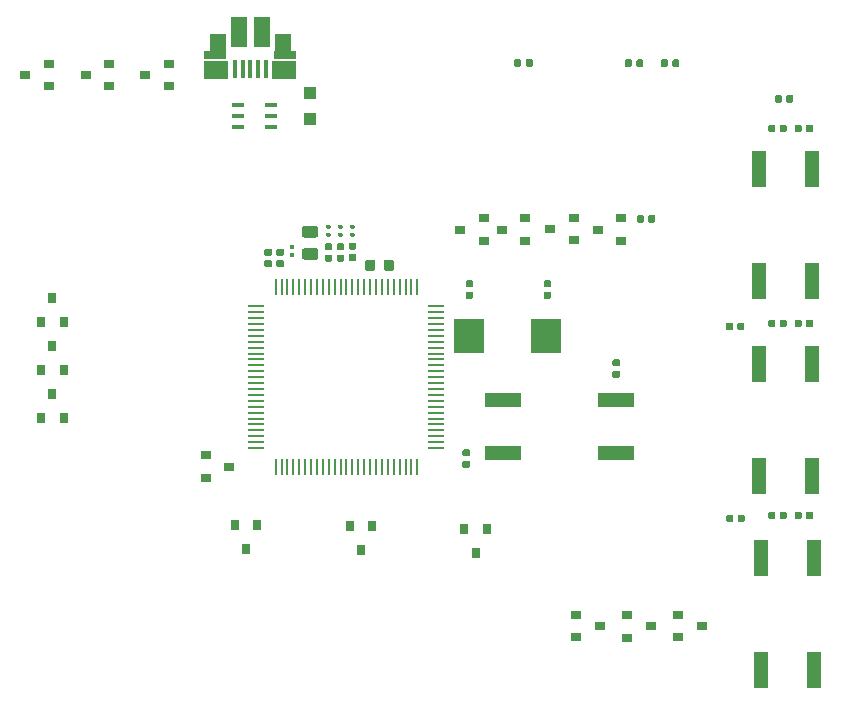
<source format=gbr>
G04 #@! TF.GenerationSoftware,KiCad,Pcbnew,6.0.0-rc1-unknown-r13540.595666d46.fc27*
G04 #@! TF.CreationDate,2018-10-03T12:08:21+02:00*
G04 #@! TF.ProjectId,Bricoleur-pcb,427269636F6C6575722D7063622E6B69,rev?*
G04 #@! TF.SameCoordinates,Original*
G04 #@! TF.FileFunction,Paste,Top*
G04 #@! TF.FilePolarity,Positive*
%FSLAX46Y46*%
G04 Gerber Fmt 4.6, Leading zero omitted, Abs format (unit mm)*
G04 Created by KiCad (PCBNEW 6.0.0-rc1-unknown-r13540.595666d46.fc27) date Wed Oct  3 12:08:21 2018*
%MOMM*%
%LPD*%
G01*
G04 APERTURE LIST*
%ADD10R,0.900000X0.800000*%
%ADD11C,0.100000*%
%ADD12C,0.590000*%
%ADD13R,3.100000X1.300000*%
%ADD14R,1.473200X0.279400*%
%ADD15R,0.279400X1.473200*%
%ADD16C,0.975000*%
%ADD17R,1.350000X2.000000*%
%ADD18R,1.825000X0.700000*%
%ADD19R,2.000000X1.500000*%
%ADD20R,0.400000X1.650000*%
%ADD21R,1.430000X2.500000*%
%ADD22R,2.500000X3.000000*%
%ADD23R,0.800000X0.900000*%
%ADD24R,1.000000X0.400000*%
%ADD25C,0.318000*%
%ADD26C,0.875000*%
%ADD27R,1.000000X1.000000*%
%ADD28R,1.300000X3.100000*%
G04 APERTURE END LIST*
D10*
G04 #@! TO.C,D15*
X88064800Y-108882185D03*
X88064800Y-106982185D03*
X86064800Y-107932185D03*
G04 #@! TD*
G04 #@! TO.C,D16*
X98224800Y-108882185D03*
X98224800Y-106982185D03*
X96224800Y-107932185D03*
G04 #@! TD*
G04 #@! TO.C,D17*
X93174915Y-108882185D03*
X93174915Y-106982185D03*
X91174915Y-107932185D03*
G04 #@! TD*
G04 #@! TO.C,D6*
X126399900Y-121024300D03*
X128399900Y-120074300D03*
X128399900Y-121974300D03*
G04 #@! TD*
G04 #@! TO.C,D4*
X134511900Y-121024300D03*
X136511900Y-120074300D03*
X136511900Y-121974300D03*
G04 #@! TD*
D11*
G04 #@! TO.C,R14*
G36*
X138257558Y-106612210D02*
X138271876Y-106614334D01*
X138285917Y-106617851D01*
X138299546Y-106622728D01*
X138312631Y-106628917D01*
X138325047Y-106636358D01*
X138336673Y-106644981D01*
X138347398Y-106654702D01*
X138357119Y-106665427D01*
X138365742Y-106677053D01*
X138373183Y-106689469D01*
X138379372Y-106702554D01*
X138384249Y-106716183D01*
X138387766Y-106730224D01*
X138389890Y-106744542D01*
X138390600Y-106759000D01*
X138390600Y-107104000D01*
X138389890Y-107118458D01*
X138387766Y-107132776D01*
X138384249Y-107146817D01*
X138379372Y-107160446D01*
X138373183Y-107173531D01*
X138365742Y-107185947D01*
X138357119Y-107197573D01*
X138347398Y-107208298D01*
X138336673Y-107218019D01*
X138325047Y-107226642D01*
X138312631Y-107234083D01*
X138299546Y-107240272D01*
X138285917Y-107245149D01*
X138271876Y-107248666D01*
X138257558Y-107250790D01*
X138243100Y-107251500D01*
X137948100Y-107251500D01*
X137933642Y-107250790D01*
X137919324Y-107248666D01*
X137905283Y-107245149D01*
X137891654Y-107240272D01*
X137878569Y-107234083D01*
X137866153Y-107226642D01*
X137854527Y-107218019D01*
X137843802Y-107208298D01*
X137834081Y-107197573D01*
X137825458Y-107185947D01*
X137818017Y-107173531D01*
X137811828Y-107160446D01*
X137806951Y-107146817D01*
X137803434Y-107132776D01*
X137801310Y-107118458D01*
X137800600Y-107104000D01*
X137800600Y-106759000D01*
X137801310Y-106744542D01*
X137803434Y-106730224D01*
X137806951Y-106716183D01*
X137811828Y-106702554D01*
X137818017Y-106689469D01*
X137825458Y-106677053D01*
X137834081Y-106665427D01*
X137843802Y-106654702D01*
X137854527Y-106644981D01*
X137866153Y-106636358D01*
X137878569Y-106628917D01*
X137891654Y-106622728D01*
X137905283Y-106617851D01*
X137919324Y-106614334D01*
X137933642Y-106612210D01*
X137948100Y-106611500D01*
X138243100Y-106611500D01*
X138257558Y-106612210D01*
X138257558Y-106612210D01*
G37*
D12*
X138095600Y-106931500D03*
D11*
G36*
X137287558Y-106612210D02*
X137301876Y-106614334D01*
X137315917Y-106617851D01*
X137329546Y-106622728D01*
X137342631Y-106628917D01*
X137355047Y-106636358D01*
X137366673Y-106644981D01*
X137377398Y-106654702D01*
X137387119Y-106665427D01*
X137395742Y-106677053D01*
X137403183Y-106689469D01*
X137409372Y-106702554D01*
X137414249Y-106716183D01*
X137417766Y-106730224D01*
X137419890Y-106744542D01*
X137420600Y-106759000D01*
X137420600Y-107104000D01*
X137419890Y-107118458D01*
X137417766Y-107132776D01*
X137414249Y-107146817D01*
X137409372Y-107160446D01*
X137403183Y-107173531D01*
X137395742Y-107185947D01*
X137387119Y-107197573D01*
X137377398Y-107208298D01*
X137366673Y-107218019D01*
X137355047Y-107226642D01*
X137342631Y-107234083D01*
X137329546Y-107240272D01*
X137315917Y-107245149D01*
X137301876Y-107248666D01*
X137287558Y-107250790D01*
X137273100Y-107251500D01*
X136978100Y-107251500D01*
X136963642Y-107250790D01*
X136949324Y-107248666D01*
X136935283Y-107245149D01*
X136921654Y-107240272D01*
X136908569Y-107234083D01*
X136896153Y-107226642D01*
X136884527Y-107218019D01*
X136873802Y-107208298D01*
X136864081Y-107197573D01*
X136855458Y-107185947D01*
X136848017Y-107173531D01*
X136841828Y-107160446D01*
X136836951Y-107146817D01*
X136833434Y-107132776D01*
X136831310Y-107118458D01*
X136830600Y-107104000D01*
X136830600Y-106759000D01*
X136831310Y-106744542D01*
X136833434Y-106730224D01*
X136836951Y-106716183D01*
X136841828Y-106702554D01*
X136848017Y-106689469D01*
X136855458Y-106677053D01*
X136864081Y-106665427D01*
X136873802Y-106654702D01*
X136884527Y-106644981D01*
X136896153Y-106636358D01*
X136908569Y-106628917D01*
X136921654Y-106622728D01*
X136935283Y-106617851D01*
X136949324Y-106614334D01*
X136963642Y-106612210D01*
X136978100Y-106611500D01*
X137273100Y-106611500D01*
X137287558Y-106612210D01*
X137287558Y-106612210D01*
G37*
D12*
X137125600Y-106931500D03*
G04 #@! TD*
D11*
G04 #@! TO.C,R15*
G36*
X140335558Y-106612210D02*
X140349876Y-106614334D01*
X140363917Y-106617851D01*
X140377546Y-106622728D01*
X140390631Y-106628917D01*
X140403047Y-106636358D01*
X140414673Y-106644981D01*
X140425398Y-106654702D01*
X140435119Y-106665427D01*
X140443742Y-106677053D01*
X140451183Y-106689469D01*
X140457372Y-106702554D01*
X140462249Y-106716183D01*
X140465766Y-106730224D01*
X140467890Y-106744542D01*
X140468600Y-106759000D01*
X140468600Y-107104000D01*
X140467890Y-107118458D01*
X140465766Y-107132776D01*
X140462249Y-107146817D01*
X140457372Y-107160446D01*
X140451183Y-107173531D01*
X140443742Y-107185947D01*
X140435119Y-107197573D01*
X140425398Y-107208298D01*
X140414673Y-107218019D01*
X140403047Y-107226642D01*
X140390631Y-107234083D01*
X140377546Y-107240272D01*
X140363917Y-107245149D01*
X140349876Y-107248666D01*
X140335558Y-107250790D01*
X140321100Y-107251500D01*
X140026100Y-107251500D01*
X140011642Y-107250790D01*
X139997324Y-107248666D01*
X139983283Y-107245149D01*
X139969654Y-107240272D01*
X139956569Y-107234083D01*
X139944153Y-107226642D01*
X139932527Y-107218019D01*
X139921802Y-107208298D01*
X139912081Y-107197573D01*
X139903458Y-107185947D01*
X139896017Y-107173531D01*
X139889828Y-107160446D01*
X139884951Y-107146817D01*
X139881434Y-107132776D01*
X139879310Y-107118458D01*
X139878600Y-107104000D01*
X139878600Y-106759000D01*
X139879310Y-106744542D01*
X139881434Y-106730224D01*
X139884951Y-106716183D01*
X139889828Y-106702554D01*
X139896017Y-106689469D01*
X139903458Y-106677053D01*
X139912081Y-106665427D01*
X139921802Y-106654702D01*
X139932527Y-106644981D01*
X139944153Y-106636358D01*
X139956569Y-106628917D01*
X139969654Y-106622728D01*
X139983283Y-106617851D01*
X139997324Y-106614334D01*
X140011642Y-106612210D01*
X140026100Y-106611500D01*
X140321100Y-106611500D01*
X140335558Y-106612210D01*
X140335558Y-106612210D01*
G37*
D12*
X140173600Y-106931500D03*
D11*
G36*
X141305558Y-106612210D02*
X141319876Y-106614334D01*
X141333917Y-106617851D01*
X141347546Y-106622728D01*
X141360631Y-106628917D01*
X141373047Y-106636358D01*
X141384673Y-106644981D01*
X141395398Y-106654702D01*
X141405119Y-106665427D01*
X141413742Y-106677053D01*
X141421183Y-106689469D01*
X141427372Y-106702554D01*
X141432249Y-106716183D01*
X141435766Y-106730224D01*
X141437890Y-106744542D01*
X141438600Y-106759000D01*
X141438600Y-107104000D01*
X141437890Y-107118458D01*
X141435766Y-107132776D01*
X141432249Y-107146817D01*
X141427372Y-107160446D01*
X141421183Y-107173531D01*
X141413742Y-107185947D01*
X141405119Y-107197573D01*
X141395398Y-107208298D01*
X141384673Y-107218019D01*
X141373047Y-107226642D01*
X141360631Y-107234083D01*
X141347546Y-107240272D01*
X141333917Y-107245149D01*
X141319876Y-107248666D01*
X141305558Y-107250790D01*
X141291100Y-107251500D01*
X140996100Y-107251500D01*
X140981642Y-107250790D01*
X140967324Y-107248666D01*
X140953283Y-107245149D01*
X140939654Y-107240272D01*
X140926569Y-107234083D01*
X140914153Y-107226642D01*
X140902527Y-107218019D01*
X140891802Y-107208298D01*
X140882081Y-107197573D01*
X140873458Y-107185947D01*
X140866017Y-107173531D01*
X140859828Y-107160446D01*
X140854951Y-107146817D01*
X140851434Y-107132776D01*
X140849310Y-107118458D01*
X140848600Y-107104000D01*
X140848600Y-106759000D01*
X140849310Y-106744542D01*
X140851434Y-106730224D01*
X140854951Y-106716183D01*
X140859828Y-106702554D01*
X140866017Y-106689469D01*
X140873458Y-106677053D01*
X140882081Y-106665427D01*
X140891802Y-106654702D01*
X140902527Y-106644981D01*
X140914153Y-106636358D01*
X140926569Y-106628917D01*
X140939654Y-106622728D01*
X140953283Y-106617851D01*
X140967324Y-106614334D01*
X140981642Y-106612210D01*
X140996100Y-106611500D01*
X141291100Y-106611500D01*
X141305558Y-106612210D01*
X141305558Y-106612210D01*
G37*
D12*
X141143600Y-106931500D03*
G04 #@! TD*
D13*
G04 #@! TO.C,SW2*
X126545200Y-135439000D03*
X136045200Y-135439000D03*
X136045200Y-139939000D03*
X126545200Y-139939000D03*
G04 #@! TD*
D11*
G04 #@! TO.C,R1*
G36*
X136273558Y-132014210D02*
X136287876Y-132016334D01*
X136301917Y-132019851D01*
X136315546Y-132024728D01*
X136328631Y-132030917D01*
X136341047Y-132038358D01*
X136352673Y-132046981D01*
X136363398Y-132056702D01*
X136373119Y-132067427D01*
X136381742Y-132079053D01*
X136389183Y-132091469D01*
X136395372Y-132104554D01*
X136400249Y-132118183D01*
X136403766Y-132132224D01*
X136405890Y-132146542D01*
X136406600Y-132161000D01*
X136406600Y-132456000D01*
X136405890Y-132470458D01*
X136403766Y-132484776D01*
X136400249Y-132498817D01*
X136395372Y-132512446D01*
X136389183Y-132525531D01*
X136381742Y-132537947D01*
X136373119Y-132549573D01*
X136363398Y-132560298D01*
X136352673Y-132570019D01*
X136341047Y-132578642D01*
X136328631Y-132586083D01*
X136315546Y-132592272D01*
X136301917Y-132597149D01*
X136287876Y-132600666D01*
X136273558Y-132602790D01*
X136259100Y-132603500D01*
X135914100Y-132603500D01*
X135899642Y-132602790D01*
X135885324Y-132600666D01*
X135871283Y-132597149D01*
X135857654Y-132592272D01*
X135844569Y-132586083D01*
X135832153Y-132578642D01*
X135820527Y-132570019D01*
X135809802Y-132560298D01*
X135800081Y-132549573D01*
X135791458Y-132537947D01*
X135784017Y-132525531D01*
X135777828Y-132512446D01*
X135772951Y-132498817D01*
X135769434Y-132484776D01*
X135767310Y-132470458D01*
X135766600Y-132456000D01*
X135766600Y-132161000D01*
X135767310Y-132146542D01*
X135769434Y-132132224D01*
X135772951Y-132118183D01*
X135777828Y-132104554D01*
X135784017Y-132091469D01*
X135791458Y-132079053D01*
X135800081Y-132067427D01*
X135809802Y-132056702D01*
X135820527Y-132046981D01*
X135832153Y-132038358D01*
X135844569Y-132030917D01*
X135857654Y-132024728D01*
X135871283Y-132019851D01*
X135885324Y-132016334D01*
X135899642Y-132014210D01*
X135914100Y-132013500D01*
X136259100Y-132013500D01*
X136273558Y-132014210D01*
X136273558Y-132014210D01*
G37*
D12*
X136086600Y-132308500D03*
D11*
G36*
X136273558Y-132984210D02*
X136287876Y-132986334D01*
X136301917Y-132989851D01*
X136315546Y-132994728D01*
X136328631Y-133000917D01*
X136341047Y-133008358D01*
X136352673Y-133016981D01*
X136363398Y-133026702D01*
X136373119Y-133037427D01*
X136381742Y-133049053D01*
X136389183Y-133061469D01*
X136395372Y-133074554D01*
X136400249Y-133088183D01*
X136403766Y-133102224D01*
X136405890Y-133116542D01*
X136406600Y-133131000D01*
X136406600Y-133426000D01*
X136405890Y-133440458D01*
X136403766Y-133454776D01*
X136400249Y-133468817D01*
X136395372Y-133482446D01*
X136389183Y-133495531D01*
X136381742Y-133507947D01*
X136373119Y-133519573D01*
X136363398Y-133530298D01*
X136352673Y-133540019D01*
X136341047Y-133548642D01*
X136328631Y-133556083D01*
X136315546Y-133562272D01*
X136301917Y-133567149D01*
X136287876Y-133570666D01*
X136273558Y-133572790D01*
X136259100Y-133573500D01*
X135914100Y-133573500D01*
X135899642Y-133572790D01*
X135885324Y-133570666D01*
X135871283Y-133567149D01*
X135857654Y-133562272D01*
X135844569Y-133556083D01*
X135832153Y-133548642D01*
X135820527Y-133540019D01*
X135809802Y-133530298D01*
X135800081Y-133519573D01*
X135791458Y-133507947D01*
X135784017Y-133495531D01*
X135777828Y-133482446D01*
X135772951Y-133468817D01*
X135769434Y-133454776D01*
X135767310Y-133440458D01*
X135766600Y-133426000D01*
X135766600Y-133131000D01*
X135767310Y-133116542D01*
X135769434Y-133102224D01*
X135772951Y-133088183D01*
X135777828Y-133074554D01*
X135784017Y-133061469D01*
X135791458Y-133049053D01*
X135800081Y-133037427D01*
X135809802Y-133026702D01*
X135820527Y-133016981D01*
X135832153Y-133008358D01*
X135844569Y-133000917D01*
X135857654Y-132994728D01*
X135871283Y-132989851D01*
X135885324Y-132986334D01*
X135899642Y-132984210D01*
X135914100Y-132983500D01*
X136259100Y-132983500D01*
X136273558Y-132984210D01*
X136273558Y-132984210D01*
G37*
D12*
X136086600Y-133278500D03*
G04 #@! TD*
D14*
G04 #@! TO.C,U7*
X105632100Y-139521101D03*
X105632100Y-139021099D03*
X105632100Y-138521100D03*
X105632100Y-138021101D03*
X105632100Y-137521100D03*
X105632100Y-137021101D03*
X105632100Y-136521099D03*
X105632100Y-136021100D03*
X105632100Y-135521101D03*
X105632100Y-135021100D03*
X105632100Y-134521101D03*
X105632100Y-134021099D03*
X105632100Y-133521100D03*
X105632100Y-133021101D03*
X105632100Y-132521099D03*
X105632100Y-132021100D03*
X105632100Y-131521099D03*
X105632100Y-131021100D03*
X105632100Y-130521101D03*
X105632100Y-130021099D03*
X105632100Y-129521100D03*
X105632100Y-129021099D03*
X105632100Y-128521100D03*
X105632100Y-128021101D03*
X105632100Y-127521099D03*
D15*
X107252099Y-125901100D03*
X107752101Y-125901100D03*
X108252100Y-125901100D03*
X108752099Y-125901100D03*
X109252100Y-125901100D03*
X109752099Y-125901100D03*
X110252101Y-125901100D03*
X110752100Y-125901100D03*
X111252099Y-125901100D03*
X111752100Y-125901100D03*
X112252099Y-125901100D03*
X112752101Y-125901100D03*
X113252100Y-125901100D03*
X113752099Y-125901100D03*
X114252101Y-125901100D03*
X114752100Y-125901100D03*
X115252101Y-125901100D03*
X115752100Y-125901100D03*
X116252099Y-125901100D03*
X116752101Y-125901100D03*
X117252100Y-125901100D03*
X117752101Y-125901100D03*
X118252100Y-125901100D03*
X118752099Y-125901100D03*
X119252101Y-125901100D03*
D14*
X120872100Y-127521099D03*
X120872100Y-128021101D03*
X120872100Y-128521100D03*
X120872100Y-129021099D03*
X120872100Y-129521100D03*
X120872100Y-130021099D03*
X120872100Y-130521101D03*
X120872100Y-131021100D03*
X120872100Y-131521099D03*
X120872100Y-132021100D03*
X120872100Y-132521099D03*
X120872100Y-133021101D03*
X120872100Y-133521100D03*
X120872100Y-134021099D03*
X120872100Y-134521101D03*
X120872100Y-135021100D03*
X120872100Y-135521101D03*
X120872100Y-136021100D03*
X120872100Y-136521099D03*
X120872100Y-137021101D03*
X120872100Y-137521100D03*
X120872100Y-138021101D03*
X120872100Y-138521100D03*
X120872100Y-139021099D03*
X120872100Y-139521101D03*
D15*
X119252101Y-141141100D03*
X118752099Y-141141100D03*
X118252100Y-141141100D03*
X117752099Y-141141100D03*
X117252100Y-141141100D03*
X116752101Y-141141100D03*
X116252099Y-141141100D03*
X115752100Y-141141100D03*
X115252099Y-141141100D03*
X114752100Y-141141100D03*
X114252101Y-141141100D03*
X113752099Y-141141100D03*
X113252100Y-141141100D03*
X112752098Y-141141100D03*
X112252099Y-141141100D03*
X111752100Y-141141100D03*
X111252099Y-141141100D03*
X110752100Y-141141100D03*
X110252101Y-141141100D03*
X109752099Y-141141100D03*
X109252100Y-141141100D03*
X108752099Y-141141100D03*
X108252100Y-141141100D03*
X107752101Y-141141100D03*
X107252099Y-141141100D03*
G04 #@! TD*
D11*
G04 #@! TO.C,C2*
G36*
X110658742Y-122599674D02*
X110682403Y-122603184D01*
X110705607Y-122608996D01*
X110728129Y-122617054D01*
X110749753Y-122627282D01*
X110770270Y-122639579D01*
X110789483Y-122653829D01*
X110807207Y-122669893D01*
X110823271Y-122687617D01*
X110837521Y-122706830D01*
X110849818Y-122727347D01*
X110860046Y-122748971D01*
X110868104Y-122771493D01*
X110873916Y-122794697D01*
X110877426Y-122818358D01*
X110878600Y-122842250D01*
X110878600Y-123329750D01*
X110877426Y-123353642D01*
X110873916Y-123377303D01*
X110868104Y-123400507D01*
X110860046Y-123423029D01*
X110849818Y-123444653D01*
X110837521Y-123465170D01*
X110823271Y-123484383D01*
X110807207Y-123502107D01*
X110789483Y-123518171D01*
X110770270Y-123532421D01*
X110749753Y-123544718D01*
X110728129Y-123554946D01*
X110705607Y-123563004D01*
X110682403Y-123568816D01*
X110658742Y-123572326D01*
X110634850Y-123573500D01*
X109722350Y-123573500D01*
X109698458Y-123572326D01*
X109674797Y-123568816D01*
X109651593Y-123563004D01*
X109629071Y-123554946D01*
X109607447Y-123544718D01*
X109586930Y-123532421D01*
X109567717Y-123518171D01*
X109549993Y-123502107D01*
X109533929Y-123484383D01*
X109519679Y-123465170D01*
X109507382Y-123444653D01*
X109497154Y-123423029D01*
X109489096Y-123400507D01*
X109483284Y-123377303D01*
X109479774Y-123353642D01*
X109478600Y-123329750D01*
X109478600Y-122842250D01*
X109479774Y-122818358D01*
X109483284Y-122794697D01*
X109489096Y-122771493D01*
X109497154Y-122748971D01*
X109507382Y-122727347D01*
X109519679Y-122706830D01*
X109533929Y-122687617D01*
X109549993Y-122669893D01*
X109567717Y-122653829D01*
X109586930Y-122639579D01*
X109607447Y-122627282D01*
X109629071Y-122617054D01*
X109651593Y-122608996D01*
X109674797Y-122603184D01*
X109698458Y-122599674D01*
X109722350Y-122598500D01*
X110634850Y-122598500D01*
X110658742Y-122599674D01*
X110658742Y-122599674D01*
G37*
D16*
X110178600Y-123086000D03*
D11*
G36*
X110658742Y-120724674D02*
X110682403Y-120728184D01*
X110705607Y-120733996D01*
X110728129Y-120742054D01*
X110749753Y-120752282D01*
X110770270Y-120764579D01*
X110789483Y-120778829D01*
X110807207Y-120794893D01*
X110823271Y-120812617D01*
X110837521Y-120831830D01*
X110849818Y-120852347D01*
X110860046Y-120873971D01*
X110868104Y-120896493D01*
X110873916Y-120919697D01*
X110877426Y-120943358D01*
X110878600Y-120967250D01*
X110878600Y-121454750D01*
X110877426Y-121478642D01*
X110873916Y-121502303D01*
X110868104Y-121525507D01*
X110860046Y-121548029D01*
X110849818Y-121569653D01*
X110837521Y-121590170D01*
X110823271Y-121609383D01*
X110807207Y-121627107D01*
X110789483Y-121643171D01*
X110770270Y-121657421D01*
X110749753Y-121669718D01*
X110728129Y-121679946D01*
X110705607Y-121688004D01*
X110682403Y-121693816D01*
X110658742Y-121697326D01*
X110634850Y-121698500D01*
X109722350Y-121698500D01*
X109698458Y-121697326D01*
X109674797Y-121693816D01*
X109651593Y-121688004D01*
X109629071Y-121679946D01*
X109607447Y-121669718D01*
X109586930Y-121657421D01*
X109567717Y-121643171D01*
X109549993Y-121627107D01*
X109533929Y-121609383D01*
X109519679Y-121590170D01*
X109507382Y-121569653D01*
X109497154Y-121548029D01*
X109489096Y-121525507D01*
X109483284Y-121502303D01*
X109479774Y-121478642D01*
X109478600Y-121454750D01*
X109478600Y-120967250D01*
X109479774Y-120943358D01*
X109483284Y-120919697D01*
X109489096Y-120896493D01*
X109497154Y-120873971D01*
X109507382Y-120852347D01*
X109519679Y-120831830D01*
X109533929Y-120812617D01*
X109549993Y-120794893D01*
X109567717Y-120778829D01*
X109586930Y-120764579D01*
X109607447Y-120752282D01*
X109629071Y-120742054D01*
X109651593Y-120733996D01*
X109674797Y-120728184D01*
X109698458Y-120724674D01*
X109722350Y-120723500D01*
X110634850Y-120723500D01*
X110658742Y-120724674D01*
X110658742Y-120724674D01*
G37*
D16*
X110178600Y-121211000D03*
G04 #@! TD*
D17*
G04 #@! TO.C,J1*
X102373600Y-105453500D03*
X107853600Y-105453500D03*
D18*
X108073600Y-106203500D03*
X102123600Y-106203500D03*
D19*
X107973600Y-107503500D03*
X102223600Y-107523500D03*
D20*
X106423600Y-107403500D03*
X105773600Y-107403500D03*
X105123600Y-107403500D03*
X104473600Y-107403500D03*
X103823600Y-107403500D03*
D21*
X106083600Y-104253500D03*
X104163600Y-104253500D03*
G04 #@! TD*
D10*
G04 #@! TO.C,D18*
X143328265Y-154595315D03*
X141328265Y-155545315D03*
X141328265Y-153645315D03*
G04 #@! TD*
G04 #@! TO.C,D19*
X134692265Y-154596825D03*
X132692265Y-155546825D03*
X132692265Y-153646825D03*
G04 #@! TD*
G04 #@! TO.C,D20*
X139006535Y-154612825D03*
X137006535Y-155562825D03*
X137006535Y-153662825D03*
G04 #@! TD*
D11*
G04 #@! TO.C,C18*
G36*
X130441388Y-125323014D02*
X130455706Y-125325138D01*
X130469747Y-125328655D01*
X130483376Y-125333532D01*
X130496461Y-125339721D01*
X130508877Y-125347162D01*
X130520503Y-125355785D01*
X130531228Y-125365506D01*
X130540949Y-125376231D01*
X130549572Y-125387857D01*
X130557013Y-125400273D01*
X130563202Y-125413358D01*
X130568079Y-125426987D01*
X130571596Y-125441028D01*
X130573720Y-125455346D01*
X130574430Y-125469804D01*
X130574430Y-125764804D01*
X130573720Y-125779262D01*
X130571596Y-125793580D01*
X130568079Y-125807621D01*
X130563202Y-125821250D01*
X130557013Y-125834335D01*
X130549572Y-125846751D01*
X130540949Y-125858377D01*
X130531228Y-125869102D01*
X130520503Y-125878823D01*
X130508877Y-125887446D01*
X130496461Y-125894887D01*
X130483376Y-125901076D01*
X130469747Y-125905953D01*
X130455706Y-125909470D01*
X130441388Y-125911594D01*
X130426930Y-125912304D01*
X130081930Y-125912304D01*
X130067472Y-125911594D01*
X130053154Y-125909470D01*
X130039113Y-125905953D01*
X130025484Y-125901076D01*
X130012399Y-125894887D01*
X129999983Y-125887446D01*
X129988357Y-125878823D01*
X129977632Y-125869102D01*
X129967911Y-125858377D01*
X129959288Y-125846751D01*
X129951847Y-125834335D01*
X129945658Y-125821250D01*
X129940781Y-125807621D01*
X129937264Y-125793580D01*
X129935140Y-125779262D01*
X129934430Y-125764804D01*
X129934430Y-125469804D01*
X129935140Y-125455346D01*
X129937264Y-125441028D01*
X129940781Y-125426987D01*
X129945658Y-125413358D01*
X129951847Y-125400273D01*
X129959288Y-125387857D01*
X129967911Y-125376231D01*
X129977632Y-125365506D01*
X129988357Y-125355785D01*
X129999983Y-125347162D01*
X130012399Y-125339721D01*
X130025484Y-125333532D01*
X130039113Y-125328655D01*
X130053154Y-125325138D01*
X130067472Y-125323014D01*
X130081930Y-125322304D01*
X130426930Y-125322304D01*
X130441388Y-125323014D01*
X130441388Y-125323014D01*
G37*
D12*
X130254430Y-125617304D03*
D11*
G36*
X130441388Y-126293014D02*
X130455706Y-126295138D01*
X130469747Y-126298655D01*
X130483376Y-126303532D01*
X130496461Y-126309721D01*
X130508877Y-126317162D01*
X130520503Y-126325785D01*
X130531228Y-126335506D01*
X130540949Y-126346231D01*
X130549572Y-126357857D01*
X130557013Y-126370273D01*
X130563202Y-126383358D01*
X130568079Y-126396987D01*
X130571596Y-126411028D01*
X130573720Y-126425346D01*
X130574430Y-126439804D01*
X130574430Y-126734804D01*
X130573720Y-126749262D01*
X130571596Y-126763580D01*
X130568079Y-126777621D01*
X130563202Y-126791250D01*
X130557013Y-126804335D01*
X130549572Y-126816751D01*
X130540949Y-126828377D01*
X130531228Y-126839102D01*
X130520503Y-126848823D01*
X130508877Y-126857446D01*
X130496461Y-126864887D01*
X130483376Y-126871076D01*
X130469747Y-126875953D01*
X130455706Y-126879470D01*
X130441388Y-126881594D01*
X130426930Y-126882304D01*
X130081930Y-126882304D01*
X130067472Y-126881594D01*
X130053154Y-126879470D01*
X130039113Y-126875953D01*
X130025484Y-126871076D01*
X130012399Y-126864887D01*
X129999983Y-126857446D01*
X129988357Y-126848823D01*
X129977632Y-126839102D01*
X129967911Y-126828377D01*
X129959288Y-126816751D01*
X129951847Y-126804335D01*
X129945658Y-126791250D01*
X129940781Y-126777621D01*
X129937264Y-126763580D01*
X129935140Y-126749262D01*
X129934430Y-126734804D01*
X129934430Y-126439804D01*
X129935140Y-126425346D01*
X129937264Y-126411028D01*
X129940781Y-126396987D01*
X129945658Y-126383358D01*
X129951847Y-126370273D01*
X129959288Y-126357857D01*
X129967911Y-126346231D01*
X129977632Y-126335506D01*
X129988357Y-126325785D01*
X129999983Y-126317162D01*
X130012399Y-126309721D01*
X130025484Y-126303532D01*
X130039113Y-126298655D01*
X130053154Y-126295138D01*
X130067472Y-126293014D01*
X130081930Y-126292304D01*
X130426930Y-126292304D01*
X130441388Y-126293014D01*
X130441388Y-126293014D01*
G37*
D12*
X130254430Y-126587304D03*
G04 #@! TD*
D11*
G04 #@! TO.C,C19*
G36*
X123837388Y-126293014D02*
X123851706Y-126295138D01*
X123865747Y-126298655D01*
X123879376Y-126303532D01*
X123892461Y-126309721D01*
X123904877Y-126317162D01*
X123916503Y-126325785D01*
X123927228Y-126335506D01*
X123936949Y-126346231D01*
X123945572Y-126357857D01*
X123953013Y-126370273D01*
X123959202Y-126383358D01*
X123964079Y-126396987D01*
X123967596Y-126411028D01*
X123969720Y-126425346D01*
X123970430Y-126439804D01*
X123970430Y-126734804D01*
X123969720Y-126749262D01*
X123967596Y-126763580D01*
X123964079Y-126777621D01*
X123959202Y-126791250D01*
X123953013Y-126804335D01*
X123945572Y-126816751D01*
X123936949Y-126828377D01*
X123927228Y-126839102D01*
X123916503Y-126848823D01*
X123904877Y-126857446D01*
X123892461Y-126864887D01*
X123879376Y-126871076D01*
X123865747Y-126875953D01*
X123851706Y-126879470D01*
X123837388Y-126881594D01*
X123822930Y-126882304D01*
X123477930Y-126882304D01*
X123463472Y-126881594D01*
X123449154Y-126879470D01*
X123435113Y-126875953D01*
X123421484Y-126871076D01*
X123408399Y-126864887D01*
X123395983Y-126857446D01*
X123384357Y-126848823D01*
X123373632Y-126839102D01*
X123363911Y-126828377D01*
X123355288Y-126816751D01*
X123347847Y-126804335D01*
X123341658Y-126791250D01*
X123336781Y-126777621D01*
X123333264Y-126763580D01*
X123331140Y-126749262D01*
X123330430Y-126734804D01*
X123330430Y-126439804D01*
X123331140Y-126425346D01*
X123333264Y-126411028D01*
X123336781Y-126396987D01*
X123341658Y-126383358D01*
X123347847Y-126370273D01*
X123355288Y-126357857D01*
X123363911Y-126346231D01*
X123373632Y-126335506D01*
X123384357Y-126325785D01*
X123395983Y-126317162D01*
X123408399Y-126309721D01*
X123421484Y-126303532D01*
X123435113Y-126298655D01*
X123449154Y-126295138D01*
X123463472Y-126293014D01*
X123477930Y-126292304D01*
X123822930Y-126292304D01*
X123837388Y-126293014D01*
X123837388Y-126293014D01*
G37*
D12*
X123650430Y-126587304D03*
D11*
G36*
X123837388Y-125323014D02*
X123851706Y-125325138D01*
X123865747Y-125328655D01*
X123879376Y-125333532D01*
X123892461Y-125339721D01*
X123904877Y-125347162D01*
X123916503Y-125355785D01*
X123927228Y-125365506D01*
X123936949Y-125376231D01*
X123945572Y-125387857D01*
X123953013Y-125400273D01*
X123959202Y-125413358D01*
X123964079Y-125426987D01*
X123967596Y-125441028D01*
X123969720Y-125455346D01*
X123970430Y-125469804D01*
X123970430Y-125764804D01*
X123969720Y-125779262D01*
X123967596Y-125793580D01*
X123964079Y-125807621D01*
X123959202Y-125821250D01*
X123953013Y-125834335D01*
X123945572Y-125846751D01*
X123936949Y-125858377D01*
X123927228Y-125869102D01*
X123916503Y-125878823D01*
X123904877Y-125887446D01*
X123892461Y-125894887D01*
X123879376Y-125901076D01*
X123865747Y-125905953D01*
X123851706Y-125909470D01*
X123837388Y-125911594D01*
X123822930Y-125912304D01*
X123477930Y-125912304D01*
X123463472Y-125911594D01*
X123449154Y-125909470D01*
X123435113Y-125905953D01*
X123421484Y-125901076D01*
X123408399Y-125894887D01*
X123395983Y-125887446D01*
X123384357Y-125878823D01*
X123373632Y-125869102D01*
X123363911Y-125858377D01*
X123355288Y-125846751D01*
X123347847Y-125834335D01*
X123341658Y-125821250D01*
X123336781Y-125807621D01*
X123333264Y-125793580D01*
X123331140Y-125779262D01*
X123330430Y-125764804D01*
X123330430Y-125469804D01*
X123331140Y-125455346D01*
X123333264Y-125441028D01*
X123336781Y-125426987D01*
X123341658Y-125413358D01*
X123347847Y-125400273D01*
X123355288Y-125387857D01*
X123363911Y-125376231D01*
X123373632Y-125365506D01*
X123384357Y-125355785D01*
X123395983Y-125347162D01*
X123408399Y-125339721D01*
X123421484Y-125333532D01*
X123435113Y-125328655D01*
X123449154Y-125325138D01*
X123463472Y-125323014D01*
X123477930Y-125322304D01*
X123822930Y-125322304D01*
X123837388Y-125323014D01*
X123837388Y-125323014D01*
G37*
D12*
X123650430Y-125617304D03*
G04 #@! TD*
D22*
G04 #@! TO.C,Y1*
X130158430Y-130054304D03*
X123658430Y-130054304D03*
G04 #@! TD*
D23*
G04 #@! TO.C,D11*
X104762100Y-148024500D03*
X103812100Y-146024500D03*
X105712100Y-146024500D03*
G04 #@! TD*
G04 #@! TO.C,D12*
X114459885Y-148151500D03*
X113509885Y-146151500D03*
X115409885Y-146151500D03*
G04 #@! TD*
G04 #@! TO.C,D13*
X124193100Y-148405500D03*
X123243100Y-146405500D03*
X125143100Y-146405500D03*
G04 #@! TD*
D10*
G04 #@! TO.C,D14*
X103345585Y-141094295D03*
X101345585Y-142044295D03*
X101345585Y-140144295D03*
G04 #@! TD*
G04 #@! TO.C,D7*
X130479900Y-120958300D03*
X132479900Y-120008300D03*
X132479900Y-121908300D03*
G04 #@! TD*
D23*
G04 #@! TO.C,D9*
X88360100Y-130870100D03*
X89310100Y-132870100D03*
X87410100Y-132870100D03*
G04 #@! TD*
G04 #@! TO.C,D8*
X88360100Y-134934100D03*
X89310100Y-136934100D03*
X87410100Y-136934100D03*
G04 #@! TD*
G04 #@! TO.C,D10*
X88360100Y-126806100D03*
X89310100Y-128806100D03*
X87410100Y-128806100D03*
G04 #@! TD*
D10*
G04 #@! TO.C,D5*
X122859900Y-121024300D03*
X124859900Y-120074300D03*
X124859900Y-121974300D03*
G04 #@! TD*
D24*
G04 #@! TO.C,U9*
X104076600Y-112364500D03*
X104076600Y-111414500D03*
X104076600Y-110464500D03*
X106876600Y-112364500D03*
X106876600Y-111414500D03*
X106876600Y-110464500D03*
G04 #@! TD*
D11*
G04 #@! TO.C,R10*
G36*
X111908443Y-122177810D02*
X111922761Y-122179934D01*
X111936802Y-122183451D01*
X111950431Y-122188328D01*
X111963516Y-122194517D01*
X111975932Y-122201958D01*
X111987558Y-122210581D01*
X111998283Y-122220302D01*
X112008004Y-122231027D01*
X112016627Y-122242653D01*
X112024068Y-122255069D01*
X112030257Y-122268154D01*
X112035134Y-122281783D01*
X112038651Y-122295824D01*
X112040775Y-122310142D01*
X112041485Y-122324600D01*
X112041485Y-122619600D01*
X112040775Y-122634058D01*
X112038651Y-122648376D01*
X112035134Y-122662417D01*
X112030257Y-122676046D01*
X112024068Y-122689131D01*
X112016627Y-122701547D01*
X112008004Y-122713173D01*
X111998283Y-122723898D01*
X111987558Y-122733619D01*
X111975932Y-122742242D01*
X111963516Y-122749683D01*
X111950431Y-122755872D01*
X111936802Y-122760749D01*
X111922761Y-122764266D01*
X111908443Y-122766390D01*
X111893985Y-122767100D01*
X111548985Y-122767100D01*
X111534527Y-122766390D01*
X111520209Y-122764266D01*
X111506168Y-122760749D01*
X111492539Y-122755872D01*
X111479454Y-122749683D01*
X111467038Y-122742242D01*
X111455412Y-122733619D01*
X111444687Y-122723898D01*
X111434966Y-122713173D01*
X111426343Y-122701547D01*
X111418902Y-122689131D01*
X111412713Y-122676046D01*
X111407836Y-122662417D01*
X111404319Y-122648376D01*
X111402195Y-122634058D01*
X111401485Y-122619600D01*
X111401485Y-122324600D01*
X111402195Y-122310142D01*
X111404319Y-122295824D01*
X111407836Y-122281783D01*
X111412713Y-122268154D01*
X111418902Y-122255069D01*
X111426343Y-122242653D01*
X111434966Y-122231027D01*
X111444687Y-122220302D01*
X111455412Y-122210581D01*
X111467038Y-122201958D01*
X111479454Y-122194517D01*
X111492539Y-122188328D01*
X111506168Y-122183451D01*
X111520209Y-122179934D01*
X111534527Y-122177810D01*
X111548985Y-122177100D01*
X111893985Y-122177100D01*
X111908443Y-122177810D01*
X111908443Y-122177810D01*
G37*
D12*
X111721485Y-122472100D03*
D11*
G36*
X111908443Y-123147810D02*
X111922761Y-123149934D01*
X111936802Y-123153451D01*
X111950431Y-123158328D01*
X111963516Y-123164517D01*
X111975932Y-123171958D01*
X111987558Y-123180581D01*
X111998283Y-123190302D01*
X112008004Y-123201027D01*
X112016627Y-123212653D01*
X112024068Y-123225069D01*
X112030257Y-123238154D01*
X112035134Y-123251783D01*
X112038651Y-123265824D01*
X112040775Y-123280142D01*
X112041485Y-123294600D01*
X112041485Y-123589600D01*
X112040775Y-123604058D01*
X112038651Y-123618376D01*
X112035134Y-123632417D01*
X112030257Y-123646046D01*
X112024068Y-123659131D01*
X112016627Y-123671547D01*
X112008004Y-123683173D01*
X111998283Y-123693898D01*
X111987558Y-123703619D01*
X111975932Y-123712242D01*
X111963516Y-123719683D01*
X111950431Y-123725872D01*
X111936802Y-123730749D01*
X111922761Y-123734266D01*
X111908443Y-123736390D01*
X111893985Y-123737100D01*
X111548985Y-123737100D01*
X111534527Y-123736390D01*
X111520209Y-123734266D01*
X111506168Y-123730749D01*
X111492539Y-123725872D01*
X111479454Y-123719683D01*
X111467038Y-123712242D01*
X111455412Y-123703619D01*
X111444687Y-123693898D01*
X111434966Y-123683173D01*
X111426343Y-123671547D01*
X111418902Y-123659131D01*
X111412713Y-123646046D01*
X111407836Y-123632417D01*
X111404319Y-123618376D01*
X111402195Y-123604058D01*
X111401485Y-123589600D01*
X111401485Y-123294600D01*
X111402195Y-123280142D01*
X111404319Y-123265824D01*
X111407836Y-123251783D01*
X111412713Y-123238154D01*
X111418902Y-123225069D01*
X111426343Y-123212653D01*
X111434966Y-123201027D01*
X111444687Y-123190302D01*
X111455412Y-123180581D01*
X111467038Y-123171958D01*
X111479454Y-123164517D01*
X111492539Y-123158328D01*
X111506168Y-123153451D01*
X111520209Y-123149934D01*
X111534527Y-123147810D01*
X111548985Y-123147100D01*
X111893985Y-123147100D01*
X111908443Y-123147810D01*
X111908443Y-123147810D01*
G37*
D12*
X111721485Y-123442100D03*
G04 #@! TD*
D11*
G04 #@! TO.C,C1*
G36*
X108762892Y-123030883D02*
X108770610Y-123032028D01*
X108778178Y-123033923D01*
X108785523Y-123036552D01*
X108792576Y-123039887D01*
X108799268Y-123043898D01*
X108805534Y-123048546D01*
X108811315Y-123053785D01*
X108816554Y-123059566D01*
X108821202Y-123065832D01*
X108825213Y-123072524D01*
X108828548Y-123079577D01*
X108831177Y-123086922D01*
X108833072Y-123094490D01*
X108834217Y-123102208D01*
X108834600Y-123110000D01*
X108834600Y-123269000D01*
X108834217Y-123276792D01*
X108833072Y-123284510D01*
X108831177Y-123292078D01*
X108828548Y-123299423D01*
X108825213Y-123306476D01*
X108821202Y-123313168D01*
X108816554Y-123319434D01*
X108811315Y-123325215D01*
X108805534Y-123330454D01*
X108799268Y-123335102D01*
X108792576Y-123339113D01*
X108785523Y-123342448D01*
X108778178Y-123345077D01*
X108770610Y-123346972D01*
X108762892Y-123348117D01*
X108755100Y-123348500D01*
X108554100Y-123348500D01*
X108546308Y-123348117D01*
X108538590Y-123346972D01*
X108531022Y-123345077D01*
X108523677Y-123342448D01*
X108516624Y-123339113D01*
X108509932Y-123335102D01*
X108503666Y-123330454D01*
X108497885Y-123325215D01*
X108492646Y-123319434D01*
X108487998Y-123313168D01*
X108483987Y-123306476D01*
X108480652Y-123299423D01*
X108478023Y-123292078D01*
X108476128Y-123284510D01*
X108474983Y-123276792D01*
X108474600Y-123269000D01*
X108474600Y-123110000D01*
X108474983Y-123102208D01*
X108476128Y-123094490D01*
X108478023Y-123086922D01*
X108480652Y-123079577D01*
X108483987Y-123072524D01*
X108487998Y-123065832D01*
X108492646Y-123059566D01*
X108497885Y-123053785D01*
X108503666Y-123048546D01*
X108509932Y-123043898D01*
X108516624Y-123039887D01*
X108523677Y-123036552D01*
X108531022Y-123033923D01*
X108538590Y-123032028D01*
X108546308Y-123030883D01*
X108554100Y-123030500D01*
X108755100Y-123030500D01*
X108762892Y-123030883D01*
X108762892Y-123030883D01*
G37*
D25*
X108654600Y-123189500D03*
D11*
G36*
X108762892Y-122340883D02*
X108770610Y-122342028D01*
X108778178Y-122343923D01*
X108785523Y-122346552D01*
X108792576Y-122349887D01*
X108799268Y-122353898D01*
X108805534Y-122358546D01*
X108811315Y-122363785D01*
X108816554Y-122369566D01*
X108821202Y-122375832D01*
X108825213Y-122382524D01*
X108828548Y-122389577D01*
X108831177Y-122396922D01*
X108833072Y-122404490D01*
X108834217Y-122412208D01*
X108834600Y-122420000D01*
X108834600Y-122579000D01*
X108834217Y-122586792D01*
X108833072Y-122594510D01*
X108831177Y-122602078D01*
X108828548Y-122609423D01*
X108825213Y-122616476D01*
X108821202Y-122623168D01*
X108816554Y-122629434D01*
X108811315Y-122635215D01*
X108805534Y-122640454D01*
X108799268Y-122645102D01*
X108792576Y-122649113D01*
X108785523Y-122652448D01*
X108778178Y-122655077D01*
X108770610Y-122656972D01*
X108762892Y-122658117D01*
X108755100Y-122658500D01*
X108554100Y-122658500D01*
X108546308Y-122658117D01*
X108538590Y-122656972D01*
X108531022Y-122655077D01*
X108523677Y-122652448D01*
X108516624Y-122649113D01*
X108509932Y-122645102D01*
X108503666Y-122640454D01*
X108497885Y-122635215D01*
X108492646Y-122629434D01*
X108487998Y-122623168D01*
X108483987Y-122616476D01*
X108480652Y-122609423D01*
X108478023Y-122602078D01*
X108476128Y-122594510D01*
X108474983Y-122586792D01*
X108474600Y-122579000D01*
X108474600Y-122420000D01*
X108474983Y-122412208D01*
X108476128Y-122404490D01*
X108478023Y-122396922D01*
X108480652Y-122389577D01*
X108483987Y-122382524D01*
X108487998Y-122375832D01*
X108492646Y-122369566D01*
X108497885Y-122363785D01*
X108503666Y-122358546D01*
X108509932Y-122353898D01*
X108516624Y-122349887D01*
X108523677Y-122346552D01*
X108531022Y-122343923D01*
X108538590Y-122342028D01*
X108546308Y-122340883D01*
X108554100Y-122340500D01*
X108755100Y-122340500D01*
X108762892Y-122340883D01*
X108762892Y-122340883D01*
G37*
D25*
X108654600Y-122499500D03*
G04 #@! TD*
D11*
G04 #@! TO.C,C3*
G36*
X123573558Y-139634210D02*
X123587876Y-139636334D01*
X123601917Y-139639851D01*
X123615546Y-139644728D01*
X123628631Y-139650917D01*
X123641047Y-139658358D01*
X123652673Y-139666981D01*
X123663398Y-139676702D01*
X123673119Y-139687427D01*
X123681742Y-139699053D01*
X123689183Y-139711469D01*
X123695372Y-139724554D01*
X123700249Y-139738183D01*
X123703766Y-139752224D01*
X123705890Y-139766542D01*
X123706600Y-139781000D01*
X123706600Y-140076000D01*
X123705890Y-140090458D01*
X123703766Y-140104776D01*
X123700249Y-140118817D01*
X123695372Y-140132446D01*
X123689183Y-140145531D01*
X123681742Y-140157947D01*
X123673119Y-140169573D01*
X123663398Y-140180298D01*
X123652673Y-140190019D01*
X123641047Y-140198642D01*
X123628631Y-140206083D01*
X123615546Y-140212272D01*
X123601917Y-140217149D01*
X123587876Y-140220666D01*
X123573558Y-140222790D01*
X123559100Y-140223500D01*
X123214100Y-140223500D01*
X123199642Y-140222790D01*
X123185324Y-140220666D01*
X123171283Y-140217149D01*
X123157654Y-140212272D01*
X123144569Y-140206083D01*
X123132153Y-140198642D01*
X123120527Y-140190019D01*
X123109802Y-140180298D01*
X123100081Y-140169573D01*
X123091458Y-140157947D01*
X123084017Y-140145531D01*
X123077828Y-140132446D01*
X123072951Y-140118817D01*
X123069434Y-140104776D01*
X123067310Y-140090458D01*
X123066600Y-140076000D01*
X123066600Y-139781000D01*
X123067310Y-139766542D01*
X123069434Y-139752224D01*
X123072951Y-139738183D01*
X123077828Y-139724554D01*
X123084017Y-139711469D01*
X123091458Y-139699053D01*
X123100081Y-139687427D01*
X123109802Y-139676702D01*
X123120527Y-139666981D01*
X123132153Y-139658358D01*
X123144569Y-139650917D01*
X123157654Y-139644728D01*
X123171283Y-139639851D01*
X123185324Y-139636334D01*
X123199642Y-139634210D01*
X123214100Y-139633500D01*
X123559100Y-139633500D01*
X123573558Y-139634210D01*
X123573558Y-139634210D01*
G37*
D12*
X123386600Y-139928500D03*
D11*
G36*
X123573558Y-140604210D02*
X123587876Y-140606334D01*
X123601917Y-140609851D01*
X123615546Y-140614728D01*
X123628631Y-140620917D01*
X123641047Y-140628358D01*
X123652673Y-140636981D01*
X123663398Y-140646702D01*
X123673119Y-140657427D01*
X123681742Y-140669053D01*
X123689183Y-140681469D01*
X123695372Y-140694554D01*
X123700249Y-140708183D01*
X123703766Y-140722224D01*
X123705890Y-140736542D01*
X123706600Y-140751000D01*
X123706600Y-141046000D01*
X123705890Y-141060458D01*
X123703766Y-141074776D01*
X123700249Y-141088817D01*
X123695372Y-141102446D01*
X123689183Y-141115531D01*
X123681742Y-141127947D01*
X123673119Y-141139573D01*
X123663398Y-141150298D01*
X123652673Y-141160019D01*
X123641047Y-141168642D01*
X123628631Y-141176083D01*
X123615546Y-141182272D01*
X123601917Y-141187149D01*
X123587876Y-141190666D01*
X123573558Y-141192790D01*
X123559100Y-141193500D01*
X123214100Y-141193500D01*
X123199642Y-141192790D01*
X123185324Y-141190666D01*
X123171283Y-141187149D01*
X123157654Y-141182272D01*
X123144569Y-141176083D01*
X123132153Y-141168642D01*
X123120527Y-141160019D01*
X123109802Y-141150298D01*
X123100081Y-141139573D01*
X123091458Y-141127947D01*
X123084017Y-141115531D01*
X123077828Y-141102446D01*
X123072951Y-141088817D01*
X123069434Y-141074776D01*
X123067310Y-141060458D01*
X123066600Y-141046000D01*
X123066600Y-140751000D01*
X123067310Y-140736542D01*
X123069434Y-140722224D01*
X123072951Y-140708183D01*
X123077828Y-140694554D01*
X123084017Y-140681469D01*
X123091458Y-140669053D01*
X123100081Y-140657427D01*
X123109802Y-140646702D01*
X123120527Y-140636981D01*
X123132153Y-140628358D01*
X123144569Y-140620917D01*
X123157654Y-140614728D01*
X123171283Y-140609851D01*
X123185324Y-140606334D01*
X123199642Y-140604210D01*
X123214100Y-140603500D01*
X123559100Y-140603500D01*
X123573558Y-140604210D01*
X123573558Y-140604210D01*
G37*
D12*
X123386600Y-140898500D03*
G04 #@! TD*
D11*
G04 #@! TO.C,C4*
G36*
X115492176Y-123571868D02*
X115513411Y-123575018D01*
X115534235Y-123580234D01*
X115554447Y-123587466D01*
X115573853Y-123596645D01*
X115592266Y-123607681D01*
X115609509Y-123620469D01*
X115625415Y-123634885D01*
X115639831Y-123650791D01*
X115652619Y-123668034D01*
X115663655Y-123686447D01*
X115672834Y-123705853D01*
X115680066Y-123726065D01*
X115685282Y-123746889D01*
X115688432Y-123768124D01*
X115689485Y-123789565D01*
X115689485Y-124302065D01*
X115688432Y-124323506D01*
X115685282Y-124344741D01*
X115680066Y-124365565D01*
X115672834Y-124385777D01*
X115663655Y-124405183D01*
X115652619Y-124423596D01*
X115639831Y-124440839D01*
X115625415Y-124456745D01*
X115609509Y-124471161D01*
X115592266Y-124483949D01*
X115573853Y-124494985D01*
X115554447Y-124504164D01*
X115534235Y-124511396D01*
X115513411Y-124516612D01*
X115492176Y-124519762D01*
X115470735Y-124520815D01*
X115033235Y-124520815D01*
X115011794Y-124519762D01*
X114990559Y-124516612D01*
X114969735Y-124511396D01*
X114949523Y-124504164D01*
X114930117Y-124494985D01*
X114911704Y-124483949D01*
X114894461Y-124471161D01*
X114878555Y-124456745D01*
X114864139Y-124440839D01*
X114851351Y-124423596D01*
X114840315Y-124405183D01*
X114831136Y-124385777D01*
X114823904Y-124365565D01*
X114818688Y-124344741D01*
X114815538Y-124323506D01*
X114814485Y-124302065D01*
X114814485Y-123789565D01*
X114815538Y-123768124D01*
X114818688Y-123746889D01*
X114823904Y-123726065D01*
X114831136Y-123705853D01*
X114840315Y-123686447D01*
X114851351Y-123668034D01*
X114864139Y-123650791D01*
X114878555Y-123634885D01*
X114894461Y-123620469D01*
X114911704Y-123607681D01*
X114930117Y-123596645D01*
X114949523Y-123587466D01*
X114969735Y-123580234D01*
X114990559Y-123575018D01*
X115011794Y-123571868D01*
X115033235Y-123570815D01*
X115470735Y-123570815D01*
X115492176Y-123571868D01*
X115492176Y-123571868D01*
G37*
D26*
X115251985Y-124045815D03*
D11*
G36*
X117067176Y-123571868D02*
X117088411Y-123575018D01*
X117109235Y-123580234D01*
X117129447Y-123587466D01*
X117148853Y-123596645D01*
X117167266Y-123607681D01*
X117184509Y-123620469D01*
X117200415Y-123634885D01*
X117214831Y-123650791D01*
X117227619Y-123668034D01*
X117238655Y-123686447D01*
X117247834Y-123705853D01*
X117255066Y-123726065D01*
X117260282Y-123746889D01*
X117263432Y-123768124D01*
X117264485Y-123789565D01*
X117264485Y-124302065D01*
X117263432Y-124323506D01*
X117260282Y-124344741D01*
X117255066Y-124365565D01*
X117247834Y-124385777D01*
X117238655Y-124405183D01*
X117227619Y-124423596D01*
X117214831Y-124440839D01*
X117200415Y-124456745D01*
X117184509Y-124471161D01*
X117167266Y-124483949D01*
X117148853Y-124494985D01*
X117129447Y-124504164D01*
X117109235Y-124511396D01*
X117088411Y-124516612D01*
X117067176Y-124519762D01*
X117045735Y-124520815D01*
X116608235Y-124520815D01*
X116586794Y-124519762D01*
X116565559Y-124516612D01*
X116544735Y-124511396D01*
X116524523Y-124504164D01*
X116505117Y-124494985D01*
X116486704Y-124483949D01*
X116469461Y-124471161D01*
X116453555Y-124456745D01*
X116439139Y-124440839D01*
X116426351Y-124423596D01*
X116415315Y-124405183D01*
X116406136Y-124385777D01*
X116398904Y-124365565D01*
X116393688Y-124344741D01*
X116390538Y-124323506D01*
X116389485Y-124302065D01*
X116389485Y-123789565D01*
X116390538Y-123768124D01*
X116393688Y-123746889D01*
X116398904Y-123726065D01*
X116406136Y-123705853D01*
X116415315Y-123686447D01*
X116426351Y-123668034D01*
X116439139Y-123650791D01*
X116453555Y-123634885D01*
X116469461Y-123620469D01*
X116486704Y-123607681D01*
X116505117Y-123596645D01*
X116524523Y-123587466D01*
X116544735Y-123580234D01*
X116565559Y-123575018D01*
X116586794Y-123571868D01*
X116608235Y-123570815D01*
X117045735Y-123570815D01*
X117067176Y-123571868D01*
X117067176Y-123571868D01*
G37*
D26*
X116826985Y-124045815D03*
G04 #@! TD*
D11*
G04 #@! TO.C,C14*
G36*
X145864058Y-145155810D02*
X145878376Y-145157934D01*
X145892417Y-145161451D01*
X145906046Y-145166328D01*
X145919131Y-145172517D01*
X145931547Y-145179958D01*
X145943173Y-145188581D01*
X145953898Y-145198302D01*
X145963619Y-145209027D01*
X145972242Y-145220653D01*
X145979683Y-145233069D01*
X145985872Y-145246154D01*
X145990749Y-145259783D01*
X145994266Y-145273824D01*
X145996390Y-145288142D01*
X145997100Y-145302600D01*
X145997100Y-145647600D01*
X145996390Y-145662058D01*
X145994266Y-145676376D01*
X145990749Y-145690417D01*
X145985872Y-145704046D01*
X145979683Y-145717131D01*
X145972242Y-145729547D01*
X145963619Y-145741173D01*
X145953898Y-145751898D01*
X145943173Y-145761619D01*
X145931547Y-145770242D01*
X145919131Y-145777683D01*
X145906046Y-145783872D01*
X145892417Y-145788749D01*
X145878376Y-145792266D01*
X145864058Y-145794390D01*
X145849600Y-145795100D01*
X145554600Y-145795100D01*
X145540142Y-145794390D01*
X145525824Y-145792266D01*
X145511783Y-145788749D01*
X145498154Y-145783872D01*
X145485069Y-145777683D01*
X145472653Y-145770242D01*
X145461027Y-145761619D01*
X145450302Y-145751898D01*
X145440581Y-145741173D01*
X145431958Y-145729547D01*
X145424517Y-145717131D01*
X145418328Y-145704046D01*
X145413451Y-145690417D01*
X145409934Y-145676376D01*
X145407810Y-145662058D01*
X145407100Y-145647600D01*
X145407100Y-145302600D01*
X145407810Y-145288142D01*
X145409934Y-145273824D01*
X145413451Y-145259783D01*
X145418328Y-145246154D01*
X145424517Y-145233069D01*
X145431958Y-145220653D01*
X145440581Y-145209027D01*
X145450302Y-145198302D01*
X145461027Y-145188581D01*
X145472653Y-145179958D01*
X145485069Y-145172517D01*
X145498154Y-145166328D01*
X145511783Y-145161451D01*
X145525824Y-145157934D01*
X145540142Y-145155810D01*
X145554600Y-145155100D01*
X145849600Y-145155100D01*
X145864058Y-145155810D01*
X145864058Y-145155810D01*
G37*
D12*
X145702100Y-145475100D03*
D11*
G36*
X146834058Y-145155810D02*
X146848376Y-145157934D01*
X146862417Y-145161451D01*
X146876046Y-145166328D01*
X146889131Y-145172517D01*
X146901547Y-145179958D01*
X146913173Y-145188581D01*
X146923898Y-145198302D01*
X146933619Y-145209027D01*
X146942242Y-145220653D01*
X146949683Y-145233069D01*
X146955872Y-145246154D01*
X146960749Y-145259783D01*
X146964266Y-145273824D01*
X146966390Y-145288142D01*
X146967100Y-145302600D01*
X146967100Y-145647600D01*
X146966390Y-145662058D01*
X146964266Y-145676376D01*
X146960749Y-145690417D01*
X146955872Y-145704046D01*
X146949683Y-145717131D01*
X146942242Y-145729547D01*
X146933619Y-145741173D01*
X146923898Y-145751898D01*
X146913173Y-145761619D01*
X146901547Y-145770242D01*
X146889131Y-145777683D01*
X146876046Y-145783872D01*
X146862417Y-145788749D01*
X146848376Y-145792266D01*
X146834058Y-145794390D01*
X146819600Y-145795100D01*
X146524600Y-145795100D01*
X146510142Y-145794390D01*
X146495824Y-145792266D01*
X146481783Y-145788749D01*
X146468154Y-145783872D01*
X146455069Y-145777683D01*
X146442653Y-145770242D01*
X146431027Y-145761619D01*
X146420302Y-145751898D01*
X146410581Y-145741173D01*
X146401958Y-145729547D01*
X146394517Y-145717131D01*
X146388328Y-145704046D01*
X146383451Y-145690417D01*
X146379934Y-145676376D01*
X146377810Y-145662058D01*
X146377100Y-145647600D01*
X146377100Y-145302600D01*
X146377810Y-145288142D01*
X146379934Y-145273824D01*
X146383451Y-145259783D01*
X146388328Y-145246154D01*
X146394517Y-145233069D01*
X146401958Y-145220653D01*
X146410581Y-145209027D01*
X146420302Y-145198302D01*
X146431027Y-145188581D01*
X146442653Y-145179958D01*
X146455069Y-145172517D01*
X146468154Y-145166328D01*
X146481783Y-145161451D01*
X146495824Y-145157934D01*
X146510142Y-145155810D01*
X146524600Y-145155100D01*
X146819600Y-145155100D01*
X146834058Y-145155810D01*
X146834058Y-145155810D01*
G37*
D12*
X146672100Y-145475100D03*
G04 #@! TD*
D11*
G04 #@! TO.C,C15*
G36*
X145841058Y-128899810D02*
X145855376Y-128901934D01*
X145869417Y-128905451D01*
X145883046Y-128910328D01*
X145896131Y-128916517D01*
X145908547Y-128923958D01*
X145920173Y-128932581D01*
X145930898Y-128942302D01*
X145940619Y-128953027D01*
X145949242Y-128964653D01*
X145956683Y-128977069D01*
X145962872Y-128990154D01*
X145967749Y-129003783D01*
X145971266Y-129017824D01*
X145973390Y-129032142D01*
X145974100Y-129046600D01*
X145974100Y-129391600D01*
X145973390Y-129406058D01*
X145971266Y-129420376D01*
X145967749Y-129434417D01*
X145962872Y-129448046D01*
X145956683Y-129461131D01*
X145949242Y-129473547D01*
X145940619Y-129485173D01*
X145930898Y-129495898D01*
X145920173Y-129505619D01*
X145908547Y-129514242D01*
X145896131Y-129521683D01*
X145883046Y-129527872D01*
X145869417Y-129532749D01*
X145855376Y-129536266D01*
X145841058Y-129538390D01*
X145826600Y-129539100D01*
X145531600Y-129539100D01*
X145517142Y-129538390D01*
X145502824Y-129536266D01*
X145488783Y-129532749D01*
X145475154Y-129527872D01*
X145462069Y-129521683D01*
X145449653Y-129514242D01*
X145438027Y-129505619D01*
X145427302Y-129495898D01*
X145417581Y-129485173D01*
X145408958Y-129473547D01*
X145401517Y-129461131D01*
X145395328Y-129448046D01*
X145390451Y-129434417D01*
X145386934Y-129420376D01*
X145384810Y-129406058D01*
X145384100Y-129391600D01*
X145384100Y-129046600D01*
X145384810Y-129032142D01*
X145386934Y-129017824D01*
X145390451Y-129003783D01*
X145395328Y-128990154D01*
X145401517Y-128977069D01*
X145408958Y-128964653D01*
X145417581Y-128953027D01*
X145427302Y-128942302D01*
X145438027Y-128932581D01*
X145449653Y-128923958D01*
X145462069Y-128916517D01*
X145475154Y-128910328D01*
X145488783Y-128905451D01*
X145502824Y-128901934D01*
X145517142Y-128899810D01*
X145531600Y-128899100D01*
X145826600Y-128899100D01*
X145841058Y-128899810D01*
X145841058Y-128899810D01*
G37*
D12*
X145679100Y-129219100D03*
D11*
G36*
X146811058Y-128899810D02*
X146825376Y-128901934D01*
X146839417Y-128905451D01*
X146853046Y-128910328D01*
X146866131Y-128916517D01*
X146878547Y-128923958D01*
X146890173Y-128932581D01*
X146900898Y-128942302D01*
X146910619Y-128953027D01*
X146919242Y-128964653D01*
X146926683Y-128977069D01*
X146932872Y-128990154D01*
X146937749Y-129003783D01*
X146941266Y-129017824D01*
X146943390Y-129032142D01*
X146944100Y-129046600D01*
X146944100Y-129391600D01*
X146943390Y-129406058D01*
X146941266Y-129420376D01*
X146937749Y-129434417D01*
X146932872Y-129448046D01*
X146926683Y-129461131D01*
X146919242Y-129473547D01*
X146910619Y-129485173D01*
X146900898Y-129495898D01*
X146890173Y-129505619D01*
X146878547Y-129514242D01*
X146866131Y-129521683D01*
X146853046Y-129527872D01*
X146839417Y-129532749D01*
X146825376Y-129536266D01*
X146811058Y-129538390D01*
X146796600Y-129539100D01*
X146501600Y-129539100D01*
X146487142Y-129538390D01*
X146472824Y-129536266D01*
X146458783Y-129532749D01*
X146445154Y-129527872D01*
X146432069Y-129521683D01*
X146419653Y-129514242D01*
X146408027Y-129505619D01*
X146397302Y-129495898D01*
X146387581Y-129485173D01*
X146378958Y-129473547D01*
X146371517Y-129461131D01*
X146365328Y-129448046D01*
X146360451Y-129434417D01*
X146356934Y-129420376D01*
X146354810Y-129406058D01*
X146354100Y-129391600D01*
X146354100Y-129046600D01*
X146354810Y-129032142D01*
X146356934Y-129017824D01*
X146360451Y-129003783D01*
X146365328Y-128990154D01*
X146371517Y-128977069D01*
X146378958Y-128964653D01*
X146387581Y-128953027D01*
X146397302Y-128942302D01*
X146408027Y-128932581D01*
X146419653Y-128923958D01*
X146432069Y-128916517D01*
X146445154Y-128910328D01*
X146458783Y-128905451D01*
X146472824Y-128901934D01*
X146487142Y-128899810D01*
X146501600Y-128899100D01*
X146796600Y-128899100D01*
X146811058Y-128899810D01*
X146811058Y-128899810D01*
G37*
D12*
X146649100Y-129219100D03*
G04 #@! TD*
D11*
G04 #@! TO.C,C16*
G36*
X150957558Y-109637210D02*
X150971876Y-109639334D01*
X150985917Y-109642851D01*
X150999546Y-109647728D01*
X151012631Y-109653917D01*
X151025047Y-109661358D01*
X151036673Y-109669981D01*
X151047398Y-109679702D01*
X151057119Y-109690427D01*
X151065742Y-109702053D01*
X151073183Y-109714469D01*
X151079372Y-109727554D01*
X151084249Y-109741183D01*
X151087766Y-109755224D01*
X151089890Y-109769542D01*
X151090600Y-109784000D01*
X151090600Y-110129000D01*
X151089890Y-110143458D01*
X151087766Y-110157776D01*
X151084249Y-110171817D01*
X151079372Y-110185446D01*
X151073183Y-110198531D01*
X151065742Y-110210947D01*
X151057119Y-110222573D01*
X151047398Y-110233298D01*
X151036673Y-110243019D01*
X151025047Y-110251642D01*
X151012631Y-110259083D01*
X150999546Y-110265272D01*
X150985917Y-110270149D01*
X150971876Y-110273666D01*
X150957558Y-110275790D01*
X150943100Y-110276500D01*
X150648100Y-110276500D01*
X150633642Y-110275790D01*
X150619324Y-110273666D01*
X150605283Y-110270149D01*
X150591654Y-110265272D01*
X150578569Y-110259083D01*
X150566153Y-110251642D01*
X150554527Y-110243019D01*
X150543802Y-110233298D01*
X150534081Y-110222573D01*
X150525458Y-110210947D01*
X150518017Y-110198531D01*
X150511828Y-110185446D01*
X150506951Y-110171817D01*
X150503434Y-110157776D01*
X150501310Y-110143458D01*
X150500600Y-110129000D01*
X150500600Y-109784000D01*
X150501310Y-109769542D01*
X150503434Y-109755224D01*
X150506951Y-109741183D01*
X150511828Y-109727554D01*
X150518017Y-109714469D01*
X150525458Y-109702053D01*
X150534081Y-109690427D01*
X150543802Y-109679702D01*
X150554527Y-109669981D01*
X150566153Y-109661358D01*
X150578569Y-109653917D01*
X150591654Y-109647728D01*
X150605283Y-109642851D01*
X150619324Y-109639334D01*
X150633642Y-109637210D01*
X150648100Y-109636500D01*
X150943100Y-109636500D01*
X150957558Y-109637210D01*
X150957558Y-109637210D01*
G37*
D12*
X150795600Y-109956500D03*
D11*
G36*
X149987558Y-109637210D02*
X150001876Y-109639334D01*
X150015917Y-109642851D01*
X150029546Y-109647728D01*
X150042631Y-109653917D01*
X150055047Y-109661358D01*
X150066673Y-109669981D01*
X150077398Y-109679702D01*
X150087119Y-109690427D01*
X150095742Y-109702053D01*
X150103183Y-109714469D01*
X150109372Y-109727554D01*
X150114249Y-109741183D01*
X150117766Y-109755224D01*
X150119890Y-109769542D01*
X150120600Y-109784000D01*
X150120600Y-110129000D01*
X150119890Y-110143458D01*
X150117766Y-110157776D01*
X150114249Y-110171817D01*
X150109372Y-110185446D01*
X150103183Y-110198531D01*
X150095742Y-110210947D01*
X150087119Y-110222573D01*
X150077398Y-110233298D01*
X150066673Y-110243019D01*
X150055047Y-110251642D01*
X150042631Y-110259083D01*
X150029546Y-110265272D01*
X150015917Y-110270149D01*
X150001876Y-110273666D01*
X149987558Y-110275790D01*
X149973100Y-110276500D01*
X149678100Y-110276500D01*
X149663642Y-110275790D01*
X149649324Y-110273666D01*
X149635283Y-110270149D01*
X149621654Y-110265272D01*
X149608569Y-110259083D01*
X149596153Y-110251642D01*
X149584527Y-110243019D01*
X149573802Y-110233298D01*
X149564081Y-110222573D01*
X149555458Y-110210947D01*
X149548017Y-110198531D01*
X149541828Y-110185446D01*
X149536951Y-110171817D01*
X149533434Y-110157776D01*
X149531310Y-110143458D01*
X149530600Y-110129000D01*
X149530600Y-109784000D01*
X149531310Y-109769542D01*
X149533434Y-109755224D01*
X149536951Y-109741183D01*
X149541828Y-109727554D01*
X149548017Y-109714469D01*
X149555458Y-109702053D01*
X149564081Y-109690427D01*
X149573802Y-109679702D01*
X149584527Y-109669981D01*
X149596153Y-109661358D01*
X149608569Y-109653917D01*
X149621654Y-109647728D01*
X149635283Y-109642851D01*
X149649324Y-109639334D01*
X149663642Y-109637210D01*
X149678100Y-109636500D01*
X149973100Y-109636500D01*
X149987558Y-109637210D01*
X149987558Y-109637210D01*
G37*
D12*
X149825600Y-109956500D03*
G04 #@! TD*
D11*
G04 #@! TO.C,D1*
G36*
X113861777Y-121311198D02*
X113869495Y-121312343D01*
X113877063Y-121314238D01*
X113884408Y-121316867D01*
X113891461Y-121320202D01*
X113898153Y-121324213D01*
X113904419Y-121328861D01*
X113910200Y-121334100D01*
X113915439Y-121339881D01*
X113920087Y-121346147D01*
X113924098Y-121352839D01*
X113927433Y-121359892D01*
X113930062Y-121367237D01*
X113931957Y-121374805D01*
X113933102Y-121382523D01*
X113933485Y-121390315D01*
X113933485Y-121549315D01*
X113933102Y-121557107D01*
X113931957Y-121564825D01*
X113930062Y-121572393D01*
X113927433Y-121579738D01*
X113924098Y-121586791D01*
X113920087Y-121593483D01*
X113915439Y-121599749D01*
X113910200Y-121605530D01*
X113904419Y-121610769D01*
X113898153Y-121615417D01*
X113891461Y-121619428D01*
X113884408Y-121622763D01*
X113877063Y-121625392D01*
X113869495Y-121627287D01*
X113861777Y-121628432D01*
X113853985Y-121628815D01*
X113652985Y-121628815D01*
X113645193Y-121628432D01*
X113637475Y-121627287D01*
X113629907Y-121625392D01*
X113622562Y-121622763D01*
X113615509Y-121619428D01*
X113608817Y-121615417D01*
X113602551Y-121610769D01*
X113596770Y-121605530D01*
X113591531Y-121599749D01*
X113586883Y-121593483D01*
X113582872Y-121586791D01*
X113579537Y-121579738D01*
X113576908Y-121572393D01*
X113575013Y-121564825D01*
X113573868Y-121557107D01*
X113573485Y-121549315D01*
X113573485Y-121390315D01*
X113573868Y-121382523D01*
X113575013Y-121374805D01*
X113576908Y-121367237D01*
X113579537Y-121359892D01*
X113582872Y-121352839D01*
X113586883Y-121346147D01*
X113591531Y-121339881D01*
X113596770Y-121334100D01*
X113602551Y-121328861D01*
X113608817Y-121324213D01*
X113615509Y-121320202D01*
X113622562Y-121316867D01*
X113629907Y-121314238D01*
X113637475Y-121312343D01*
X113645193Y-121311198D01*
X113652985Y-121310815D01*
X113853985Y-121310815D01*
X113861777Y-121311198D01*
X113861777Y-121311198D01*
G37*
D25*
X113753485Y-121469815D03*
D11*
G36*
X113861777Y-120621198D02*
X113869495Y-120622343D01*
X113877063Y-120624238D01*
X113884408Y-120626867D01*
X113891461Y-120630202D01*
X113898153Y-120634213D01*
X113904419Y-120638861D01*
X113910200Y-120644100D01*
X113915439Y-120649881D01*
X113920087Y-120656147D01*
X113924098Y-120662839D01*
X113927433Y-120669892D01*
X113930062Y-120677237D01*
X113931957Y-120684805D01*
X113933102Y-120692523D01*
X113933485Y-120700315D01*
X113933485Y-120859315D01*
X113933102Y-120867107D01*
X113931957Y-120874825D01*
X113930062Y-120882393D01*
X113927433Y-120889738D01*
X113924098Y-120896791D01*
X113920087Y-120903483D01*
X113915439Y-120909749D01*
X113910200Y-120915530D01*
X113904419Y-120920769D01*
X113898153Y-120925417D01*
X113891461Y-120929428D01*
X113884408Y-120932763D01*
X113877063Y-120935392D01*
X113869495Y-120937287D01*
X113861777Y-120938432D01*
X113853985Y-120938815D01*
X113652985Y-120938815D01*
X113645193Y-120938432D01*
X113637475Y-120937287D01*
X113629907Y-120935392D01*
X113622562Y-120932763D01*
X113615509Y-120929428D01*
X113608817Y-120925417D01*
X113602551Y-120920769D01*
X113596770Y-120915530D01*
X113591531Y-120909749D01*
X113586883Y-120903483D01*
X113582872Y-120896791D01*
X113579537Y-120889738D01*
X113576908Y-120882393D01*
X113575013Y-120874825D01*
X113573868Y-120867107D01*
X113573485Y-120859315D01*
X113573485Y-120700315D01*
X113573868Y-120692523D01*
X113575013Y-120684805D01*
X113576908Y-120677237D01*
X113579537Y-120669892D01*
X113582872Y-120662839D01*
X113586883Y-120656147D01*
X113591531Y-120649881D01*
X113596770Y-120644100D01*
X113602551Y-120638861D01*
X113608817Y-120634213D01*
X113615509Y-120630202D01*
X113622562Y-120626867D01*
X113629907Y-120624238D01*
X113637475Y-120622343D01*
X113645193Y-120621198D01*
X113652985Y-120620815D01*
X113853985Y-120620815D01*
X113861777Y-120621198D01*
X113861777Y-120621198D01*
G37*
D25*
X113753485Y-120779815D03*
G04 #@! TD*
D11*
G04 #@! TO.C,D2*
G36*
X112845777Y-121311198D02*
X112853495Y-121312343D01*
X112861063Y-121314238D01*
X112868408Y-121316867D01*
X112875461Y-121320202D01*
X112882153Y-121324213D01*
X112888419Y-121328861D01*
X112894200Y-121334100D01*
X112899439Y-121339881D01*
X112904087Y-121346147D01*
X112908098Y-121352839D01*
X112911433Y-121359892D01*
X112914062Y-121367237D01*
X112915957Y-121374805D01*
X112917102Y-121382523D01*
X112917485Y-121390315D01*
X112917485Y-121549315D01*
X112917102Y-121557107D01*
X112915957Y-121564825D01*
X112914062Y-121572393D01*
X112911433Y-121579738D01*
X112908098Y-121586791D01*
X112904087Y-121593483D01*
X112899439Y-121599749D01*
X112894200Y-121605530D01*
X112888419Y-121610769D01*
X112882153Y-121615417D01*
X112875461Y-121619428D01*
X112868408Y-121622763D01*
X112861063Y-121625392D01*
X112853495Y-121627287D01*
X112845777Y-121628432D01*
X112837985Y-121628815D01*
X112636985Y-121628815D01*
X112629193Y-121628432D01*
X112621475Y-121627287D01*
X112613907Y-121625392D01*
X112606562Y-121622763D01*
X112599509Y-121619428D01*
X112592817Y-121615417D01*
X112586551Y-121610769D01*
X112580770Y-121605530D01*
X112575531Y-121599749D01*
X112570883Y-121593483D01*
X112566872Y-121586791D01*
X112563537Y-121579738D01*
X112560908Y-121572393D01*
X112559013Y-121564825D01*
X112557868Y-121557107D01*
X112557485Y-121549315D01*
X112557485Y-121390315D01*
X112557868Y-121382523D01*
X112559013Y-121374805D01*
X112560908Y-121367237D01*
X112563537Y-121359892D01*
X112566872Y-121352839D01*
X112570883Y-121346147D01*
X112575531Y-121339881D01*
X112580770Y-121334100D01*
X112586551Y-121328861D01*
X112592817Y-121324213D01*
X112599509Y-121320202D01*
X112606562Y-121316867D01*
X112613907Y-121314238D01*
X112621475Y-121312343D01*
X112629193Y-121311198D01*
X112636985Y-121310815D01*
X112837985Y-121310815D01*
X112845777Y-121311198D01*
X112845777Y-121311198D01*
G37*
D25*
X112737485Y-121469815D03*
D11*
G36*
X112845777Y-120621198D02*
X112853495Y-120622343D01*
X112861063Y-120624238D01*
X112868408Y-120626867D01*
X112875461Y-120630202D01*
X112882153Y-120634213D01*
X112888419Y-120638861D01*
X112894200Y-120644100D01*
X112899439Y-120649881D01*
X112904087Y-120656147D01*
X112908098Y-120662839D01*
X112911433Y-120669892D01*
X112914062Y-120677237D01*
X112915957Y-120684805D01*
X112917102Y-120692523D01*
X112917485Y-120700315D01*
X112917485Y-120859315D01*
X112917102Y-120867107D01*
X112915957Y-120874825D01*
X112914062Y-120882393D01*
X112911433Y-120889738D01*
X112908098Y-120896791D01*
X112904087Y-120903483D01*
X112899439Y-120909749D01*
X112894200Y-120915530D01*
X112888419Y-120920769D01*
X112882153Y-120925417D01*
X112875461Y-120929428D01*
X112868408Y-120932763D01*
X112861063Y-120935392D01*
X112853495Y-120937287D01*
X112845777Y-120938432D01*
X112837985Y-120938815D01*
X112636985Y-120938815D01*
X112629193Y-120938432D01*
X112621475Y-120937287D01*
X112613907Y-120935392D01*
X112606562Y-120932763D01*
X112599509Y-120929428D01*
X112592817Y-120925417D01*
X112586551Y-120920769D01*
X112580770Y-120915530D01*
X112575531Y-120909749D01*
X112570883Y-120903483D01*
X112566872Y-120896791D01*
X112563537Y-120889738D01*
X112560908Y-120882393D01*
X112559013Y-120874825D01*
X112557868Y-120867107D01*
X112557485Y-120859315D01*
X112557485Y-120700315D01*
X112557868Y-120692523D01*
X112559013Y-120684805D01*
X112560908Y-120677237D01*
X112563537Y-120669892D01*
X112566872Y-120662839D01*
X112570883Y-120656147D01*
X112575531Y-120649881D01*
X112580770Y-120644100D01*
X112586551Y-120638861D01*
X112592817Y-120634213D01*
X112599509Y-120630202D01*
X112606562Y-120626867D01*
X112613907Y-120624238D01*
X112621475Y-120622343D01*
X112629193Y-120621198D01*
X112636985Y-120620815D01*
X112837985Y-120620815D01*
X112845777Y-120621198D01*
X112845777Y-120621198D01*
G37*
D25*
X112737485Y-120779815D03*
G04 #@! TD*
D11*
G04 #@! TO.C,D3*
G36*
X111829777Y-121311198D02*
X111837495Y-121312343D01*
X111845063Y-121314238D01*
X111852408Y-121316867D01*
X111859461Y-121320202D01*
X111866153Y-121324213D01*
X111872419Y-121328861D01*
X111878200Y-121334100D01*
X111883439Y-121339881D01*
X111888087Y-121346147D01*
X111892098Y-121352839D01*
X111895433Y-121359892D01*
X111898062Y-121367237D01*
X111899957Y-121374805D01*
X111901102Y-121382523D01*
X111901485Y-121390315D01*
X111901485Y-121549315D01*
X111901102Y-121557107D01*
X111899957Y-121564825D01*
X111898062Y-121572393D01*
X111895433Y-121579738D01*
X111892098Y-121586791D01*
X111888087Y-121593483D01*
X111883439Y-121599749D01*
X111878200Y-121605530D01*
X111872419Y-121610769D01*
X111866153Y-121615417D01*
X111859461Y-121619428D01*
X111852408Y-121622763D01*
X111845063Y-121625392D01*
X111837495Y-121627287D01*
X111829777Y-121628432D01*
X111821985Y-121628815D01*
X111620985Y-121628815D01*
X111613193Y-121628432D01*
X111605475Y-121627287D01*
X111597907Y-121625392D01*
X111590562Y-121622763D01*
X111583509Y-121619428D01*
X111576817Y-121615417D01*
X111570551Y-121610769D01*
X111564770Y-121605530D01*
X111559531Y-121599749D01*
X111554883Y-121593483D01*
X111550872Y-121586791D01*
X111547537Y-121579738D01*
X111544908Y-121572393D01*
X111543013Y-121564825D01*
X111541868Y-121557107D01*
X111541485Y-121549315D01*
X111541485Y-121390315D01*
X111541868Y-121382523D01*
X111543013Y-121374805D01*
X111544908Y-121367237D01*
X111547537Y-121359892D01*
X111550872Y-121352839D01*
X111554883Y-121346147D01*
X111559531Y-121339881D01*
X111564770Y-121334100D01*
X111570551Y-121328861D01*
X111576817Y-121324213D01*
X111583509Y-121320202D01*
X111590562Y-121316867D01*
X111597907Y-121314238D01*
X111605475Y-121312343D01*
X111613193Y-121311198D01*
X111620985Y-121310815D01*
X111821985Y-121310815D01*
X111829777Y-121311198D01*
X111829777Y-121311198D01*
G37*
D25*
X111721485Y-121469815D03*
D11*
G36*
X111829777Y-120621198D02*
X111837495Y-120622343D01*
X111845063Y-120624238D01*
X111852408Y-120626867D01*
X111859461Y-120630202D01*
X111866153Y-120634213D01*
X111872419Y-120638861D01*
X111878200Y-120644100D01*
X111883439Y-120649881D01*
X111888087Y-120656147D01*
X111892098Y-120662839D01*
X111895433Y-120669892D01*
X111898062Y-120677237D01*
X111899957Y-120684805D01*
X111901102Y-120692523D01*
X111901485Y-120700315D01*
X111901485Y-120859315D01*
X111901102Y-120867107D01*
X111899957Y-120874825D01*
X111898062Y-120882393D01*
X111895433Y-120889738D01*
X111892098Y-120896791D01*
X111888087Y-120903483D01*
X111883439Y-120909749D01*
X111878200Y-120915530D01*
X111872419Y-120920769D01*
X111866153Y-120925417D01*
X111859461Y-120929428D01*
X111852408Y-120932763D01*
X111845063Y-120935392D01*
X111837495Y-120937287D01*
X111829777Y-120938432D01*
X111821985Y-120938815D01*
X111620985Y-120938815D01*
X111613193Y-120938432D01*
X111605475Y-120937287D01*
X111597907Y-120935392D01*
X111590562Y-120932763D01*
X111583509Y-120929428D01*
X111576817Y-120925417D01*
X111570551Y-120920769D01*
X111564770Y-120915530D01*
X111559531Y-120909749D01*
X111554883Y-120903483D01*
X111550872Y-120896791D01*
X111547537Y-120889738D01*
X111544908Y-120882393D01*
X111543013Y-120874825D01*
X111541868Y-120867107D01*
X111541485Y-120859315D01*
X111541485Y-120700315D01*
X111541868Y-120692523D01*
X111543013Y-120684805D01*
X111544908Y-120677237D01*
X111547537Y-120669892D01*
X111550872Y-120662839D01*
X111554883Y-120656147D01*
X111559531Y-120649881D01*
X111564770Y-120644100D01*
X111570551Y-120638861D01*
X111576817Y-120634213D01*
X111583509Y-120630202D01*
X111590562Y-120626867D01*
X111597907Y-120624238D01*
X111605475Y-120622343D01*
X111613193Y-120621198D01*
X111620985Y-120620815D01*
X111821985Y-120620815D01*
X111829777Y-120621198D01*
X111829777Y-120621198D01*
G37*
D25*
X111721485Y-120779815D03*
G04 #@! TD*
D11*
G04 #@! TO.C,R2*
G36*
X107825558Y-122639210D02*
X107839876Y-122641334D01*
X107853917Y-122644851D01*
X107867546Y-122649728D01*
X107880631Y-122655917D01*
X107893047Y-122663358D01*
X107904673Y-122671981D01*
X107915398Y-122681702D01*
X107925119Y-122692427D01*
X107933742Y-122704053D01*
X107941183Y-122716469D01*
X107947372Y-122729554D01*
X107952249Y-122743183D01*
X107955766Y-122757224D01*
X107957890Y-122771542D01*
X107958600Y-122786000D01*
X107958600Y-123081000D01*
X107957890Y-123095458D01*
X107955766Y-123109776D01*
X107952249Y-123123817D01*
X107947372Y-123137446D01*
X107941183Y-123150531D01*
X107933742Y-123162947D01*
X107925119Y-123174573D01*
X107915398Y-123185298D01*
X107904673Y-123195019D01*
X107893047Y-123203642D01*
X107880631Y-123211083D01*
X107867546Y-123217272D01*
X107853917Y-123222149D01*
X107839876Y-123225666D01*
X107825558Y-123227790D01*
X107811100Y-123228500D01*
X107466100Y-123228500D01*
X107451642Y-123227790D01*
X107437324Y-123225666D01*
X107423283Y-123222149D01*
X107409654Y-123217272D01*
X107396569Y-123211083D01*
X107384153Y-123203642D01*
X107372527Y-123195019D01*
X107361802Y-123185298D01*
X107352081Y-123174573D01*
X107343458Y-123162947D01*
X107336017Y-123150531D01*
X107329828Y-123137446D01*
X107324951Y-123123817D01*
X107321434Y-123109776D01*
X107319310Y-123095458D01*
X107318600Y-123081000D01*
X107318600Y-122786000D01*
X107319310Y-122771542D01*
X107321434Y-122757224D01*
X107324951Y-122743183D01*
X107329828Y-122729554D01*
X107336017Y-122716469D01*
X107343458Y-122704053D01*
X107352081Y-122692427D01*
X107361802Y-122681702D01*
X107372527Y-122671981D01*
X107384153Y-122663358D01*
X107396569Y-122655917D01*
X107409654Y-122649728D01*
X107423283Y-122644851D01*
X107437324Y-122641334D01*
X107451642Y-122639210D01*
X107466100Y-122638500D01*
X107811100Y-122638500D01*
X107825558Y-122639210D01*
X107825558Y-122639210D01*
G37*
D12*
X107638600Y-122933500D03*
D11*
G36*
X107825558Y-123609210D02*
X107839876Y-123611334D01*
X107853917Y-123614851D01*
X107867546Y-123619728D01*
X107880631Y-123625917D01*
X107893047Y-123633358D01*
X107904673Y-123641981D01*
X107915398Y-123651702D01*
X107925119Y-123662427D01*
X107933742Y-123674053D01*
X107941183Y-123686469D01*
X107947372Y-123699554D01*
X107952249Y-123713183D01*
X107955766Y-123727224D01*
X107957890Y-123741542D01*
X107958600Y-123756000D01*
X107958600Y-124051000D01*
X107957890Y-124065458D01*
X107955766Y-124079776D01*
X107952249Y-124093817D01*
X107947372Y-124107446D01*
X107941183Y-124120531D01*
X107933742Y-124132947D01*
X107925119Y-124144573D01*
X107915398Y-124155298D01*
X107904673Y-124165019D01*
X107893047Y-124173642D01*
X107880631Y-124181083D01*
X107867546Y-124187272D01*
X107853917Y-124192149D01*
X107839876Y-124195666D01*
X107825558Y-124197790D01*
X107811100Y-124198500D01*
X107466100Y-124198500D01*
X107451642Y-124197790D01*
X107437324Y-124195666D01*
X107423283Y-124192149D01*
X107409654Y-124187272D01*
X107396569Y-124181083D01*
X107384153Y-124173642D01*
X107372527Y-124165019D01*
X107361802Y-124155298D01*
X107352081Y-124144573D01*
X107343458Y-124132947D01*
X107336017Y-124120531D01*
X107329828Y-124107446D01*
X107324951Y-124093817D01*
X107321434Y-124079776D01*
X107319310Y-124065458D01*
X107318600Y-124051000D01*
X107318600Y-123756000D01*
X107319310Y-123741542D01*
X107321434Y-123727224D01*
X107324951Y-123713183D01*
X107329828Y-123699554D01*
X107336017Y-123686469D01*
X107343458Y-123674053D01*
X107352081Y-123662427D01*
X107361802Y-123651702D01*
X107372527Y-123641981D01*
X107384153Y-123633358D01*
X107396569Y-123625917D01*
X107409654Y-123619728D01*
X107423283Y-123614851D01*
X107437324Y-123611334D01*
X107451642Y-123609210D01*
X107466100Y-123608500D01*
X107811100Y-123608500D01*
X107825558Y-123609210D01*
X107825558Y-123609210D01*
G37*
D12*
X107638600Y-123903500D03*
G04 #@! TD*
D11*
G04 #@! TO.C,R3*
G36*
X106809558Y-123609210D02*
X106823876Y-123611334D01*
X106837917Y-123614851D01*
X106851546Y-123619728D01*
X106864631Y-123625917D01*
X106877047Y-123633358D01*
X106888673Y-123641981D01*
X106899398Y-123651702D01*
X106909119Y-123662427D01*
X106917742Y-123674053D01*
X106925183Y-123686469D01*
X106931372Y-123699554D01*
X106936249Y-123713183D01*
X106939766Y-123727224D01*
X106941890Y-123741542D01*
X106942600Y-123756000D01*
X106942600Y-124051000D01*
X106941890Y-124065458D01*
X106939766Y-124079776D01*
X106936249Y-124093817D01*
X106931372Y-124107446D01*
X106925183Y-124120531D01*
X106917742Y-124132947D01*
X106909119Y-124144573D01*
X106899398Y-124155298D01*
X106888673Y-124165019D01*
X106877047Y-124173642D01*
X106864631Y-124181083D01*
X106851546Y-124187272D01*
X106837917Y-124192149D01*
X106823876Y-124195666D01*
X106809558Y-124197790D01*
X106795100Y-124198500D01*
X106450100Y-124198500D01*
X106435642Y-124197790D01*
X106421324Y-124195666D01*
X106407283Y-124192149D01*
X106393654Y-124187272D01*
X106380569Y-124181083D01*
X106368153Y-124173642D01*
X106356527Y-124165019D01*
X106345802Y-124155298D01*
X106336081Y-124144573D01*
X106327458Y-124132947D01*
X106320017Y-124120531D01*
X106313828Y-124107446D01*
X106308951Y-124093817D01*
X106305434Y-124079776D01*
X106303310Y-124065458D01*
X106302600Y-124051000D01*
X106302600Y-123756000D01*
X106303310Y-123741542D01*
X106305434Y-123727224D01*
X106308951Y-123713183D01*
X106313828Y-123699554D01*
X106320017Y-123686469D01*
X106327458Y-123674053D01*
X106336081Y-123662427D01*
X106345802Y-123651702D01*
X106356527Y-123641981D01*
X106368153Y-123633358D01*
X106380569Y-123625917D01*
X106393654Y-123619728D01*
X106407283Y-123614851D01*
X106421324Y-123611334D01*
X106435642Y-123609210D01*
X106450100Y-123608500D01*
X106795100Y-123608500D01*
X106809558Y-123609210D01*
X106809558Y-123609210D01*
G37*
D12*
X106622600Y-123903500D03*
D11*
G36*
X106809558Y-122639210D02*
X106823876Y-122641334D01*
X106837917Y-122644851D01*
X106851546Y-122649728D01*
X106864631Y-122655917D01*
X106877047Y-122663358D01*
X106888673Y-122671981D01*
X106899398Y-122681702D01*
X106909119Y-122692427D01*
X106917742Y-122704053D01*
X106925183Y-122716469D01*
X106931372Y-122729554D01*
X106936249Y-122743183D01*
X106939766Y-122757224D01*
X106941890Y-122771542D01*
X106942600Y-122786000D01*
X106942600Y-123081000D01*
X106941890Y-123095458D01*
X106939766Y-123109776D01*
X106936249Y-123123817D01*
X106931372Y-123137446D01*
X106925183Y-123150531D01*
X106917742Y-123162947D01*
X106909119Y-123174573D01*
X106899398Y-123185298D01*
X106888673Y-123195019D01*
X106877047Y-123203642D01*
X106864631Y-123211083D01*
X106851546Y-123217272D01*
X106837917Y-123222149D01*
X106823876Y-123225666D01*
X106809558Y-123227790D01*
X106795100Y-123228500D01*
X106450100Y-123228500D01*
X106435642Y-123227790D01*
X106421324Y-123225666D01*
X106407283Y-123222149D01*
X106393654Y-123217272D01*
X106380569Y-123211083D01*
X106368153Y-123203642D01*
X106356527Y-123195019D01*
X106345802Y-123185298D01*
X106336081Y-123174573D01*
X106327458Y-123162947D01*
X106320017Y-123150531D01*
X106313828Y-123137446D01*
X106308951Y-123123817D01*
X106305434Y-123109776D01*
X106303310Y-123095458D01*
X106302600Y-123081000D01*
X106302600Y-122786000D01*
X106303310Y-122771542D01*
X106305434Y-122757224D01*
X106308951Y-122743183D01*
X106313828Y-122729554D01*
X106320017Y-122716469D01*
X106327458Y-122704053D01*
X106336081Y-122692427D01*
X106345802Y-122681702D01*
X106356527Y-122671981D01*
X106368153Y-122663358D01*
X106380569Y-122655917D01*
X106393654Y-122649728D01*
X106407283Y-122644851D01*
X106421324Y-122641334D01*
X106435642Y-122639210D01*
X106450100Y-122638500D01*
X106795100Y-122638500D01*
X106809558Y-122639210D01*
X106809558Y-122639210D01*
G37*
D12*
X106622600Y-122933500D03*
G04 #@! TD*
D11*
G04 #@! TO.C,R5*
G36*
X150390058Y-144901810D02*
X150404376Y-144903934D01*
X150418417Y-144907451D01*
X150432046Y-144912328D01*
X150445131Y-144918517D01*
X150457547Y-144925958D01*
X150469173Y-144934581D01*
X150479898Y-144944302D01*
X150489619Y-144955027D01*
X150498242Y-144966653D01*
X150505683Y-144979069D01*
X150511872Y-144992154D01*
X150516749Y-145005783D01*
X150520266Y-145019824D01*
X150522390Y-145034142D01*
X150523100Y-145048600D01*
X150523100Y-145393600D01*
X150522390Y-145408058D01*
X150520266Y-145422376D01*
X150516749Y-145436417D01*
X150511872Y-145450046D01*
X150505683Y-145463131D01*
X150498242Y-145475547D01*
X150489619Y-145487173D01*
X150479898Y-145497898D01*
X150469173Y-145507619D01*
X150457547Y-145516242D01*
X150445131Y-145523683D01*
X150432046Y-145529872D01*
X150418417Y-145534749D01*
X150404376Y-145538266D01*
X150390058Y-145540390D01*
X150375600Y-145541100D01*
X150080600Y-145541100D01*
X150066142Y-145540390D01*
X150051824Y-145538266D01*
X150037783Y-145534749D01*
X150024154Y-145529872D01*
X150011069Y-145523683D01*
X149998653Y-145516242D01*
X149987027Y-145507619D01*
X149976302Y-145497898D01*
X149966581Y-145487173D01*
X149957958Y-145475547D01*
X149950517Y-145463131D01*
X149944328Y-145450046D01*
X149939451Y-145436417D01*
X149935934Y-145422376D01*
X149933810Y-145408058D01*
X149933100Y-145393600D01*
X149933100Y-145048600D01*
X149933810Y-145034142D01*
X149935934Y-145019824D01*
X149939451Y-145005783D01*
X149944328Y-144992154D01*
X149950517Y-144979069D01*
X149957958Y-144966653D01*
X149966581Y-144955027D01*
X149976302Y-144944302D01*
X149987027Y-144934581D01*
X149998653Y-144925958D01*
X150011069Y-144918517D01*
X150024154Y-144912328D01*
X150037783Y-144907451D01*
X150051824Y-144903934D01*
X150066142Y-144901810D01*
X150080600Y-144901100D01*
X150375600Y-144901100D01*
X150390058Y-144901810D01*
X150390058Y-144901810D01*
G37*
D12*
X150228100Y-145221100D03*
D11*
G36*
X149420058Y-144901810D02*
X149434376Y-144903934D01*
X149448417Y-144907451D01*
X149462046Y-144912328D01*
X149475131Y-144918517D01*
X149487547Y-144925958D01*
X149499173Y-144934581D01*
X149509898Y-144944302D01*
X149519619Y-144955027D01*
X149528242Y-144966653D01*
X149535683Y-144979069D01*
X149541872Y-144992154D01*
X149546749Y-145005783D01*
X149550266Y-145019824D01*
X149552390Y-145034142D01*
X149553100Y-145048600D01*
X149553100Y-145393600D01*
X149552390Y-145408058D01*
X149550266Y-145422376D01*
X149546749Y-145436417D01*
X149541872Y-145450046D01*
X149535683Y-145463131D01*
X149528242Y-145475547D01*
X149519619Y-145487173D01*
X149509898Y-145497898D01*
X149499173Y-145507619D01*
X149487547Y-145516242D01*
X149475131Y-145523683D01*
X149462046Y-145529872D01*
X149448417Y-145534749D01*
X149434376Y-145538266D01*
X149420058Y-145540390D01*
X149405600Y-145541100D01*
X149110600Y-145541100D01*
X149096142Y-145540390D01*
X149081824Y-145538266D01*
X149067783Y-145534749D01*
X149054154Y-145529872D01*
X149041069Y-145523683D01*
X149028653Y-145516242D01*
X149017027Y-145507619D01*
X149006302Y-145497898D01*
X148996581Y-145487173D01*
X148987958Y-145475547D01*
X148980517Y-145463131D01*
X148974328Y-145450046D01*
X148969451Y-145436417D01*
X148965934Y-145422376D01*
X148963810Y-145408058D01*
X148963100Y-145393600D01*
X148963100Y-145048600D01*
X148963810Y-145034142D01*
X148965934Y-145019824D01*
X148969451Y-145005783D01*
X148974328Y-144992154D01*
X148980517Y-144979069D01*
X148987958Y-144966653D01*
X148996581Y-144955027D01*
X149006302Y-144944302D01*
X149017027Y-144934581D01*
X149028653Y-144925958D01*
X149041069Y-144918517D01*
X149054154Y-144912328D01*
X149067783Y-144907451D01*
X149081824Y-144903934D01*
X149096142Y-144901810D01*
X149110600Y-144901100D01*
X149405600Y-144901100D01*
X149420058Y-144901810D01*
X149420058Y-144901810D01*
G37*
D12*
X149258100Y-145221100D03*
G04 #@! TD*
D11*
G04 #@! TO.C,R6*
G36*
X150390058Y-128645810D02*
X150404376Y-128647934D01*
X150418417Y-128651451D01*
X150432046Y-128656328D01*
X150445131Y-128662517D01*
X150457547Y-128669958D01*
X150469173Y-128678581D01*
X150479898Y-128688302D01*
X150489619Y-128699027D01*
X150498242Y-128710653D01*
X150505683Y-128723069D01*
X150511872Y-128736154D01*
X150516749Y-128749783D01*
X150520266Y-128763824D01*
X150522390Y-128778142D01*
X150523100Y-128792600D01*
X150523100Y-129137600D01*
X150522390Y-129152058D01*
X150520266Y-129166376D01*
X150516749Y-129180417D01*
X150511872Y-129194046D01*
X150505683Y-129207131D01*
X150498242Y-129219547D01*
X150489619Y-129231173D01*
X150479898Y-129241898D01*
X150469173Y-129251619D01*
X150457547Y-129260242D01*
X150445131Y-129267683D01*
X150432046Y-129273872D01*
X150418417Y-129278749D01*
X150404376Y-129282266D01*
X150390058Y-129284390D01*
X150375600Y-129285100D01*
X150080600Y-129285100D01*
X150066142Y-129284390D01*
X150051824Y-129282266D01*
X150037783Y-129278749D01*
X150024154Y-129273872D01*
X150011069Y-129267683D01*
X149998653Y-129260242D01*
X149987027Y-129251619D01*
X149976302Y-129241898D01*
X149966581Y-129231173D01*
X149957958Y-129219547D01*
X149950517Y-129207131D01*
X149944328Y-129194046D01*
X149939451Y-129180417D01*
X149935934Y-129166376D01*
X149933810Y-129152058D01*
X149933100Y-129137600D01*
X149933100Y-128792600D01*
X149933810Y-128778142D01*
X149935934Y-128763824D01*
X149939451Y-128749783D01*
X149944328Y-128736154D01*
X149950517Y-128723069D01*
X149957958Y-128710653D01*
X149966581Y-128699027D01*
X149976302Y-128688302D01*
X149987027Y-128678581D01*
X149998653Y-128669958D01*
X150011069Y-128662517D01*
X150024154Y-128656328D01*
X150037783Y-128651451D01*
X150051824Y-128647934D01*
X150066142Y-128645810D01*
X150080600Y-128645100D01*
X150375600Y-128645100D01*
X150390058Y-128645810D01*
X150390058Y-128645810D01*
G37*
D12*
X150228100Y-128965100D03*
D11*
G36*
X149420058Y-128645810D02*
X149434376Y-128647934D01*
X149448417Y-128651451D01*
X149462046Y-128656328D01*
X149475131Y-128662517D01*
X149487547Y-128669958D01*
X149499173Y-128678581D01*
X149509898Y-128688302D01*
X149519619Y-128699027D01*
X149528242Y-128710653D01*
X149535683Y-128723069D01*
X149541872Y-128736154D01*
X149546749Y-128749783D01*
X149550266Y-128763824D01*
X149552390Y-128778142D01*
X149553100Y-128792600D01*
X149553100Y-129137600D01*
X149552390Y-129152058D01*
X149550266Y-129166376D01*
X149546749Y-129180417D01*
X149541872Y-129194046D01*
X149535683Y-129207131D01*
X149528242Y-129219547D01*
X149519619Y-129231173D01*
X149509898Y-129241898D01*
X149499173Y-129251619D01*
X149487547Y-129260242D01*
X149475131Y-129267683D01*
X149462046Y-129273872D01*
X149448417Y-129278749D01*
X149434376Y-129282266D01*
X149420058Y-129284390D01*
X149405600Y-129285100D01*
X149110600Y-129285100D01*
X149096142Y-129284390D01*
X149081824Y-129282266D01*
X149067783Y-129278749D01*
X149054154Y-129273872D01*
X149041069Y-129267683D01*
X149028653Y-129260242D01*
X149017027Y-129251619D01*
X149006302Y-129241898D01*
X148996581Y-129231173D01*
X148987958Y-129219547D01*
X148980517Y-129207131D01*
X148974328Y-129194046D01*
X148969451Y-129180417D01*
X148965934Y-129166376D01*
X148963810Y-129152058D01*
X148963100Y-129137600D01*
X148963100Y-128792600D01*
X148963810Y-128778142D01*
X148965934Y-128763824D01*
X148969451Y-128749783D01*
X148974328Y-128736154D01*
X148980517Y-128723069D01*
X148987958Y-128710653D01*
X148996581Y-128699027D01*
X149006302Y-128688302D01*
X149017027Y-128678581D01*
X149028653Y-128669958D01*
X149041069Y-128662517D01*
X149054154Y-128656328D01*
X149067783Y-128651451D01*
X149081824Y-128647934D01*
X149096142Y-128645810D01*
X149110600Y-128645100D01*
X149405600Y-128645100D01*
X149420058Y-128645810D01*
X149420058Y-128645810D01*
G37*
D12*
X149258100Y-128965100D03*
G04 #@! TD*
D11*
G04 #@! TO.C,R7*
G36*
X150390058Y-112135810D02*
X150404376Y-112137934D01*
X150418417Y-112141451D01*
X150432046Y-112146328D01*
X150445131Y-112152517D01*
X150457547Y-112159958D01*
X150469173Y-112168581D01*
X150479898Y-112178302D01*
X150489619Y-112189027D01*
X150498242Y-112200653D01*
X150505683Y-112213069D01*
X150511872Y-112226154D01*
X150516749Y-112239783D01*
X150520266Y-112253824D01*
X150522390Y-112268142D01*
X150523100Y-112282600D01*
X150523100Y-112627600D01*
X150522390Y-112642058D01*
X150520266Y-112656376D01*
X150516749Y-112670417D01*
X150511872Y-112684046D01*
X150505683Y-112697131D01*
X150498242Y-112709547D01*
X150489619Y-112721173D01*
X150479898Y-112731898D01*
X150469173Y-112741619D01*
X150457547Y-112750242D01*
X150445131Y-112757683D01*
X150432046Y-112763872D01*
X150418417Y-112768749D01*
X150404376Y-112772266D01*
X150390058Y-112774390D01*
X150375600Y-112775100D01*
X150080600Y-112775100D01*
X150066142Y-112774390D01*
X150051824Y-112772266D01*
X150037783Y-112768749D01*
X150024154Y-112763872D01*
X150011069Y-112757683D01*
X149998653Y-112750242D01*
X149987027Y-112741619D01*
X149976302Y-112731898D01*
X149966581Y-112721173D01*
X149957958Y-112709547D01*
X149950517Y-112697131D01*
X149944328Y-112684046D01*
X149939451Y-112670417D01*
X149935934Y-112656376D01*
X149933810Y-112642058D01*
X149933100Y-112627600D01*
X149933100Y-112282600D01*
X149933810Y-112268142D01*
X149935934Y-112253824D01*
X149939451Y-112239783D01*
X149944328Y-112226154D01*
X149950517Y-112213069D01*
X149957958Y-112200653D01*
X149966581Y-112189027D01*
X149976302Y-112178302D01*
X149987027Y-112168581D01*
X149998653Y-112159958D01*
X150011069Y-112152517D01*
X150024154Y-112146328D01*
X150037783Y-112141451D01*
X150051824Y-112137934D01*
X150066142Y-112135810D01*
X150080600Y-112135100D01*
X150375600Y-112135100D01*
X150390058Y-112135810D01*
X150390058Y-112135810D01*
G37*
D12*
X150228100Y-112455100D03*
D11*
G36*
X149420058Y-112135810D02*
X149434376Y-112137934D01*
X149448417Y-112141451D01*
X149462046Y-112146328D01*
X149475131Y-112152517D01*
X149487547Y-112159958D01*
X149499173Y-112168581D01*
X149509898Y-112178302D01*
X149519619Y-112189027D01*
X149528242Y-112200653D01*
X149535683Y-112213069D01*
X149541872Y-112226154D01*
X149546749Y-112239783D01*
X149550266Y-112253824D01*
X149552390Y-112268142D01*
X149553100Y-112282600D01*
X149553100Y-112627600D01*
X149552390Y-112642058D01*
X149550266Y-112656376D01*
X149546749Y-112670417D01*
X149541872Y-112684046D01*
X149535683Y-112697131D01*
X149528242Y-112709547D01*
X149519619Y-112721173D01*
X149509898Y-112731898D01*
X149499173Y-112741619D01*
X149487547Y-112750242D01*
X149475131Y-112757683D01*
X149462046Y-112763872D01*
X149448417Y-112768749D01*
X149434376Y-112772266D01*
X149420058Y-112774390D01*
X149405600Y-112775100D01*
X149110600Y-112775100D01*
X149096142Y-112774390D01*
X149081824Y-112772266D01*
X149067783Y-112768749D01*
X149054154Y-112763872D01*
X149041069Y-112757683D01*
X149028653Y-112750242D01*
X149017027Y-112741619D01*
X149006302Y-112731898D01*
X148996581Y-112721173D01*
X148987958Y-112709547D01*
X148980517Y-112697131D01*
X148974328Y-112684046D01*
X148969451Y-112670417D01*
X148965934Y-112656376D01*
X148963810Y-112642058D01*
X148963100Y-112627600D01*
X148963100Y-112282600D01*
X148963810Y-112268142D01*
X148965934Y-112253824D01*
X148969451Y-112239783D01*
X148974328Y-112226154D01*
X148980517Y-112213069D01*
X148987958Y-112200653D01*
X148996581Y-112189027D01*
X149006302Y-112178302D01*
X149017027Y-112168581D01*
X149028653Y-112159958D01*
X149041069Y-112152517D01*
X149054154Y-112146328D01*
X149067783Y-112141451D01*
X149081824Y-112137934D01*
X149096142Y-112135810D01*
X149110600Y-112135100D01*
X149405600Y-112135100D01*
X149420058Y-112135810D01*
X149420058Y-112135810D01*
G37*
D12*
X149258100Y-112455100D03*
G04 #@! TD*
D11*
G04 #@! TO.C,R8*
G36*
X113940443Y-122123525D02*
X113954761Y-122125649D01*
X113968802Y-122129166D01*
X113982431Y-122134043D01*
X113995516Y-122140232D01*
X114007932Y-122147673D01*
X114019558Y-122156296D01*
X114030283Y-122166017D01*
X114040004Y-122176742D01*
X114048627Y-122188368D01*
X114056068Y-122200784D01*
X114062257Y-122213869D01*
X114067134Y-122227498D01*
X114070651Y-122241539D01*
X114072775Y-122255857D01*
X114073485Y-122270315D01*
X114073485Y-122565315D01*
X114072775Y-122579773D01*
X114070651Y-122594091D01*
X114067134Y-122608132D01*
X114062257Y-122621761D01*
X114056068Y-122634846D01*
X114048627Y-122647262D01*
X114040004Y-122658888D01*
X114030283Y-122669613D01*
X114019558Y-122679334D01*
X114007932Y-122687957D01*
X113995516Y-122695398D01*
X113982431Y-122701587D01*
X113968802Y-122706464D01*
X113954761Y-122709981D01*
X113940443Y-122712105D01*
X113925985Y-122712815D01*
X113580985Y-122712815D01*
X113566527Y-122712105D01*
X113552209Y-122709981D01*
X113538168Y-122706464D01*
X113524539Y-122701587D01*
X113511454Y-122695398D01*
X113499038Y-122687957D01*
X113487412Y-122679334D01*
X113476687Y-122669613D01*
X113466966Y-122658888D01*
X113458343Y-122647262D01*
X113450902Y-122634846D01*
X113444713Y-122621761D01*
X113439836Y-122608132D01*
X113436319Y-122594091D01*
X113434195Y-122579773D01*
X113433485Y-122565315D01*
X113433485Y-122270315D01*
X113434195Y-122255857D01*
X113436319Y-122241539D01*
X113439836Y-122227498D01*
X113444713Y-122213869D01*
X113450902Y-122200784D01*
X113458343Y-122188368D01*
X113466966Y-122176742D01*
X113476687Y-122166017D01*
X113487412Y-122156296D01*
X113499038Y-122147673D01*
X113511454Y-122140232D01*
X113524539Y-122134043D01*
X113538168Y-122129166D01*
X113552209Y-122125649D01*
X113566527Y-122123525D01*
X113580985Y-122122815D01*
X113925985Y-122122815D01*
X113940443Y-122123525D01*
X113940443Y-122123525D01*
G37*
D12*
X113753485Y-122417815D03*
D11*
G36*
X113940443Y-123093525D02*
X113954761Y-123095649D01*
X113968802Y-123099166D01*
X113982431Y-123104043D01*
X113995516Y-123110232D01*
X114007932Y-123117673D01*
X114019558Y-123126296D01*
X114030283Y-123136017D01*
X114040004Y-123146742D01*
X114048627Y-123158368D01*
X114056068Y-123170784D01*
X114062257Y-123183869D01*
X114067134Y-123197498D01*
X114070651Y-123211539D01*
X114072775Y-123225857D01*
X114073485Y-123240315D01*
X114073485Y-123535315D01*
X114072775Y-123549773D01*
X114070651Y-123564091D01*
X114067134Y-123578132D01*
X114062257Y-123591761D01*
X114056068Y-123604846D01*
X114048627Y-123617262D01*
X114040004Y-123628888D01*
X114030283Y-123639613D01*
X114019558Y-123649334D01*
X114007932Y-123657957D01*
X113995516Y-123665398D01*
X113982431Y-123671587D01*
X113968802Y-123676464D01*
X113954761Y-123679981D01*
X113940443Y-123682105D01*
X113925985Y-123682815D01*
X113580985Y-123682815D01*
X113566527Y-123682105D01*
X113552209Y-123679981D01*
X113538168Y-123676464D01*
X113524539Y-123671587D01*
X113511454Y-123665398D01*
X113499038Y-123657957D01*
X113487412Y-123649334D01*
X113476687Y-123639613D01*
X113466966Y-123628888D01*
X113458343Y-123617262D01*
X113450902Y-123604846D01*
X113444713Y-123591761D01*
X113439836Y-123578132D01*
X113436319Y-123564091D01*
X113434195Y-123549773D01*
X113433485Y-123535315D01*
X113433485Y-123240315D01*
X113434195Y-123225857D01*
X113436319Y-123211539D01*
X113439836Y-123197498D01*
X113444713Y-123183869D01*
X113450902Y-123170784D01*
X113458343Y-123158368D01*
X113466966Y-123146742D01*
X113476687Y-123136017D01*
X113487412Y-123126296D01*
X113499038Y-123117673D01*
X113511454Y-123110232D01*
X113524539Y-123104043D01*
X113538168Y-123099166D01*
X113552209Y-123095649D01*
X113566527Y-123093525D01*
X113580985Y-123092815D01*
X113925985Y-123092815D01*
X113940443Y-123093525D01*
X113940443Y-123093525D01*
G37*
D12*
X113753485Y-123387815D03*
G04 #@! TD*
D11*
G04 #@! TO.C,R9*
G36*
X112931058Y-122177810D02*
X112945376Y-122179934D01*
X112959417Y-122183451D01*
X112973046Y-122188328D01*
X112986131Y-122194517D01*
X112998547Y-122201958D01*
X113010173Y-122210581D01*
X113020898Y-122220302D01*
X113030619Y-122231027D01*
X113039242Y-122242653D01*
X113046683Y-122255069D01*
X113052872Y-122268154D01*
X113057749Y-122281783D01*
X113061266Y-122295824D01*
X113063390Y-122310142D01*
X113064100Y-122324600D01*
X113064100Y-122619600D01*
X113063390Y-122634058D01*
X113061266Y-122648376D01*
X113057749Y-122662417D01*
X113052872Y-122676046D01*
X113046683Y-122689131D01*
X113039242Y-122701547D01*
X113030619Y-122713173D01*
X113020898Y-122723898D01*
X113010173Y-122733619D01*
X112998547Y-122742242D01*
X112986131Y-122749683D01*
X112973046Y-122755872D01*
X112959417Y-122760749D01*
X112945376Y-122764266D01*
X112931058Y-122766390D01*
X112916600Y-122767100D01*
X112571600Y-122767100D01*
X112557142Y-122766390D01*
X112542824Y-122764266D01*
X112528783Y-122760749D01*
X112515154Y-122755872D01*
X112502069Y-122749683D01*
X112489653Y-122742242D01*
X112478027Y-122733619D01*
X112467302Y-122723898D01*
X112457581Y-122713173D01*
X112448958Y-122701547D01*
X112441517Y-122689131D01*
X112435328Y-122676046D01*
X112430451Y-122662417D01*
X112426934Y-122648376D01*
X112424810Y-122634058D01*
X112424100Y-122619600D01*
X112424100Y-122324600D01*
X112424810Y-122310142D01*
X112426934Y-122295824D01*
X112430451Y-122281783D01*
X112435328Y-122268154D01*
X112441517Y-122255069D01*
X112448958Y-122242653D01*
X112457581Y-122231027D01*
X112467302Y-122220302D01*
X112478027Y-122210581D01*
X112489653Y-122201958D01*
X112502069Y-122194517D01*
X112515154Y-122188328D01*
X112528783Y-122183451D01*
X112542824Y-122179934D01*
X112557142Y-122177810D01*
X112571600Y-122177100D01*
X112916600Y-122177100D01*
X112931058Y-122177810D01*
X112931058Y-122177810D01*
G37*
D12*
X112744100Y-122472100D03*
D11*
G36*
X112931058Y-123147810D02*
X112945376Y-123149934D01*
X112959417Y-123153451D01*
X112973046Y-123158328D01*
X112986131Y-123164517D01*
X112998547Y-123171958D01*
X113010173Y-123180581D01*
X113020898Y-123190302D01*
X113030619Y-123201027D01*
X113039242Y-123212653D01*
X113046683Y-123225069D01*
X113052872Y-123238154D01*
X113057749Y-123251783D01*
X113061266Y-123265824D01*
X113063390Y-123280142D01*
X113064100Y-123294600D01*
X113064100Y-123589600D01*
X113063390Y-123604058D01*
X113061266Y-123618376D01*
X113057749Y-123632417D01*
X113052872Y-123646046D01*
X113046683Y-123659131D01*
X113039242Y-123671547D01*
X113030619Y-123683173D01*
X113020898Y-123693898D01*
X113010173Y-123703619D01*
X112998547Y-123712242D01*
X112986131Y-123719683D01*
X112973046Y-123725872D01*
X112959417Y-123730749D01*
X112945376Y-123734266D01*
X112931058Y-123736390D01*
X112916600Y-123737100D01*
X112571600Y-123737100D01*
X112557142Y-123736390D01*
X112542824Y-123734266D01*
X112528783Y-123730749D01*
X112515154Y-123725872D01*
X112502069Y-123719683D01*
X112489653Y-123712242D01*
X112478027Y-123703619D01*
X112467302Y-123693898D01*
X112457581Y-123683173D01*
X112448958Y-123671547D01*
X112441517Y-123659131D01*
X112435328Y-123646046D01*
X112430451Y-123632417D01*
X112426934Y-123618376D01*
X112424810Y-123604058D01*
X112424100Y-123589600D01*
X112424100Y-123294600D01*
X112424810Y-123280142D01*
X112426934Y-123265824D01*
X112430451Y-123251783D01*
X112435328Y-123238154D01*
X112441517Y-123225069D01*
X112448958Y-123212653D01*
X112457581Y-123201027D01*
X112467302Y-123190302D01*
X112478027Y-123180581D01*
X112489653Y-123171958D01*
X112502069Y-123164517D01*
X112515154Y-123158328D01*
X112528783Y-123153451D01*
X112542824Y-123149934D01*
X112557142Y-123147810D01*
X112571600Y-123147100D01*
X112916600Y-123147100D01*
X112931058Y-123147810D01*
X112931058Y-123147810D01*
G37*
D12*
X112744100Y-123442100D03*
G04 #@! TD*
D11*
G04 #@! TO.C,R11*
G36*
X152630058Y-144901810D02*
X152644376Y-144903934D01*
X152658417Y-144907451D01*
X152672046Y-144912328D01*
X152685131Y-144918517D01*
X152697547Y-144925958D01*
X152709173Y-144934581D01*
X152719898Y-144944302D01*
X152729619Y-144955027D01*
X152738242Y-144966653D01*
X152745683Y-144979069D01*
X152751872Y-144992154D01*
X152756749Y-145005783D01*
X152760266Y-145019824D01*
X152762390Y-145034142D01*
X152763100Y-145048600D01*
X152763100Y-145393600D01*
X152762390Y-145408058D01*
X152760266Y-145422376D01*
X152756749Y-145436417D01*
X152751872Y-145450046D01*
X152745683Y-145463131D01*
X152738242Y-145475547D01*
X152729619Y-145487173D01*
X152719898Y-145497898D01*
X152709173Y-145507619D01*
X152697547Y-145516242D01*
X152685131Y-145523683D01*
X152672046Y-145529872D01*
X152658417Y-145534749D01*
X152644376Y-145538266D01*
X152630058Y-145540390D01*
X152615600Y-145541100D01*
X152320600Y-145541100D01*
X152306142Y-145540390D01*
X152291824Y-145538266D01*
X152277783Y-145534749D01*
X152264154Y-145529872D01*
X152251069Y-145523683D01*
X152238653Y-145516242D01*
X152227027Y-145507619D01*
X152216302Y-145497898D01*
X152206581Y-145487173D01*
X152197958Y-145475547D01*
X152190517Y-145463131D01*
X152184328Y-145450046D01*
X152179451Y-145436417D01*
X152175934Y-145422376D01*
X152173810Y-145408058D01*
X152173100Y-145393600D01*
X152173100Y-145048600D01*
X152173810Y-145034142D01*
X152175934Y-145019824D01*
X152179451Y-145005783D01*
X152184328Y-144992154D01*
X152190517Y-144979069D01*
X152197958Y-144966653D01*
X152206581Y-144955027D01*
X152216302Y-144944302D01*
X152227027Y-144934581D01*
X152238653Y-144925958D01*
X152251069Y-144918517D01*
X152264154Y-144912328D01*
X152277783Y-144907451D01*
X152291824Y-144903934D01*
X152306142Y-144901810D01*
X152320600Y-144901100D01*
X152615600Y-144901100D01*
X152630058Y-144901810D01*
X152630058Y-144901810D01*
G37*
D12*
X152468100Y-145221100D03*
D11*
G36*
X151660058Y-144901810D02*
X151674376Y-144903934D01*
X151688417Y-144907451D01*
X151702046Y-144912328D01*
X151715131Y-144918517D01*
X151727547Y-144925958D01*
X151739173Y-144934581D01*
X151749898Y-144944302D01*
X151759619Y-144955027D01*
X151768242Y-144966653D01*
X151775683Y-144979069D01*
X151781872Y-144992154D01*
X151786749Y-145005783D01*
X151790266Y-145019824D01*
X151792390Y-145034142D01*
X151793100Y-145048600D01*
X151793100Y-145393600D01*
X151792390Y-145408058D01*
X151790266Y-145422376D01*
X151786749Y-145436417D01*
X151781872Y-145450046D01*
X151775683Y-145463131D01*
X151768242Y-145475547D01*
X151759619Y-145487173D01*
X151749898Y-145497898D01*
X151739173Y-145507619D01*
X151727547Y-145516242D01*
X151715131Y-145523683D01*
X151702046Y-145529872D01*
X151688417Y-145534749D01*
X151674376Y-145538266D01*
X151660058Y-145540390D01*
X151645600Y-145541100D01*
X151350600Y-145541100D01*
X151336142Y-145540390D01*
X151321824Y-145538266D01*
X151307783Y-145534749D01*
X151294154Y-145529872D01*
X151281069Y-145523683D01*
X151268653Y-145516242D01*
X151257027Y-145507619D01*
X151246302Y-145497898D01*
X151236581Y-145487173D01*
X151227958Y-145475547D01*
X151220517Y-145463131D01*
X151214328Y-145450046D01*
X151209451Y-145436417D01*
X151205934Y-145422376D01*
X151203810Y-145408058D01*
X151203100Y-145393600D01*
X151203100Y-145048600D01*
X151203810Y-145034142D01*
X151205934Y-145019824D01*
X151209451Y-145005783D01*
X151214328Y-144992154D01*
X151220517Y-144979069D01*
X151227958Y-144966653D01*
X151236581Y-144955027D01*
X151246302Y-144944302D01*
X151257027Y-144934581D01*
X151268653Y-144925958D01*
X151281069Y-144918517D01*
X151294154Y-144912328D01*
X151307783Y-144907451D01*
X151321824Y-144903934D01*
X151336142Y-144901810D01*
X151350600Y-144901100D01*
X151645600Y-144901100D01*
X151660058Y-144901810D01*
X151660058Y-144901810D01*
G37*
D12*
X151498100Y-145221100D03*
G04 #@! TD*
D11*
G04 #@! TO.C,R12*
G36*
X152630058Y-128645810D02*
X152644376Y-128647934D01*
X152658417Y-128651451D01*
X152672046Y-128656328D01*
X152685131Y-128662517D01*
X152697547Y-128669958D01*
X152709173Y-128678581D01*
X152719898Y-128688302D01*
X152729619Y-128699027D01*
X152738242Y-128710653D01*
X152745683Y-128723069D01*
X152751872Y-128736154D01*
X152756749Y-128749783D01*
X152760266Y-128763824D01*
X152762390Y-128778142D01*
X152763100Y-128792600D01*
X152763100Y-129137600D01*
X152762390Y-129152058D01*
X152760266Y-129166376D01*
X152756749Y-129180417D01*
X152751872Y-129194046D01*
X152745683Y-129207131D01*
X152738242Y-129219547D01*
X152729619Y-129231173D01*
X152719898Y-129241898D01*
X152709173Y-129251619D01*
X152697547Y-129260242D01*
X152685131Y-129267683D01*
X152672046Y-129273872D01*
X152658417Y-129278749D01*
X152644376Y-129282266D01*
X152630058Y-129284390D01*
X152615600Y-129285100D01*
X152320600Y-129285100D01*
X152306142Y-129284390D01*
X152291824Y-129282266D01*
X152277783Y-129278749D01*
X152264154Y-129273872D01*
X152251069Y-129267683D01*
X152238653Y-129260242D01*
X152227027Y-129251619D01*
X152216302Y-129241898D01*
X152206581Y-129231173D01*
X152197958Y-129219547D01*
X152190517Y-129207131D01*
X152184328Y-129194046D01*
X152179451Y-129180417D01*
X152175934Y-129166376D01*
X152173810Y-129152058D01*
X152173100Y-129137600D01*
X152173100Y-128792600D01*
X152173810Y-128778142D01*
X152175934Y-128763824D01*
X152179451Y-128749783D01*
X152184328Y-128736154D01*
X152190517Y-128723069D01*
X152197958Y-128710653D01*
X152206581Y-128699027D01*
X152216302Y-128688302D01*
X152227027Y-128678581D01*
X152238653Y-128669958D01*
X152251069Y-128662517D01*
X152264154Y-128656328D01*
X152277783Y-128651451D01*
X152291824Y-128647934D01*
X152306142Y-128645810D01*
X152320600Y-128645100D01*
X152615600Y-128645100D01*
X152630058Y-128645810D01*
X152630058Y-128645810D01*
G37*
D12*
X152468100Y-128965100D03*
D11*
G36*
X151660058Y-128645810D02*
X151674376Y-128647934D01*
X151688417Y-128651451D01*
X151702046Y-128656328D01*
X151715131Y-128662517D01*
X151727547Y-128669958D01*
X151739173Y-128678581D01*
X151749898Y-128688302D01*
X151759619Y-128699027D01*
X151768242Y-128710653D01*
X151775683Y-128723069D01*
X151781872Y-128736154D01*
X151786749Y-128749783D01*
X151790266Y-128763824D01*
X151792390Y-128778142D01*
X151793100Y-128792600D01*
X151793100Y-129137600D01*
X151792390Y-129152058D01*
X151790266Y-129166376D01*
X151786749Y-129180417D01*
X151781872Y-129194046D01*
X151775683Y-129207131D01*
X151768242Y-129219547D01*
X151759619Y-129231173D01*
X151749898Y-129241898D01*
X151739173Y-129251619D01*
X151727547Y-129260242D01*
X151715131Y-129267683D01*
X151702046Y-129273872D01*
X151688417Y-129278749D01*
X151674376Y-129282266D01*
X151660058Y-129284390D01*
X151645600Y-129285100D01*
X151350600Y-129285100D01*
X151336142Y-129284390D01*
X151321824Y-129282266D01*
X151307783Y-129278749D01*
X151294154Y-129273872D01*
X151281069Y-129267683D01*
X151268653Y-129260242D01*
X151257027Y-129251619D01*
X151246302Y-129241898D01*
X151236581Y-129231173D01*
X151227958Y-129219547D01*
X151220517Y-129207131D01*
X151214328Y-129194046D01*
X151209451Y-129180417D01*
X151205934Y-129166376D01*
X151203810Y-129152058D01*
X151203100Y-129137600D01*
X151203100Y-128792600D01*
X151203810Y-128778142D01*
X151205934Y-128763824D01*
X151209451Y-128749783D01*
X151214328Y-128736154D01*
X151220517Y-128723069D01*
X151227958Y-128710653D01*
X151236581Y-128699027D01*
X151246302Y-128688302D01*
X151257027Y-128678581D01*
X151268653Y-128669958D01*
X151281069Y-128662517D01*
X151294154Y-128656328D01*
X151307783Y-128651451D01*
X151321824Y-128647934D01*
X151336142Y-128645810D01*
X151350600Y-128645100D01*
X151645600Y-128645100D01*
X151660058Y-128645810D01*
X151660058Y-128645810D01*
G37*
D12*
X151498100Y-128965100D03*
G04 #@! TD*
D11*
G04 #@! TO.C,R13*
G36*
X152630058Y-112135810D02*
X152644376Y-112137934D01*
X152658417Y-112141451D01*
X152672046Y-112146328D01*
X152685131Y-112152517D01*
X152697547Y-112159958D01*
X152709173Y-112168581D01*
X152719898Y-112178302D01*
X152729619Y-112189027D01*
X152738242Y-112200653D01*
X152745683Y-112213069D01*
X152751872Y-112226154D01*
X152756749Y-112239783D01*
X152760266Y-112253824D01*
X152762390Y-112268142D01*
X152763100Y-112282600D01*
X152763100Y-112627600D01*
X152762390Y-112642058D01*
X152760266Y-112656376D01*
X152756749Y-112670417D01*
X152751872Y-112684046D01*
X152745683Y-112697131D01*
X152738242Y-112709547D01*
X152729619Y-112721173D01*
X152719898Y-112731898D01*
X152709173Y-112741619D01*
X152697547Y-112750242D01*
X152685131Y-112757683D01*
X152672046Y-112763872D01*
X152658417Y-112768749D01*
X152644376Y-112772266D01*
X152630058Y-112774390D01*
X152615600Y-112775100D01*
X152320600Y-112775100D01*
X152306142Y-112774390D01*
X152291824Y-112772266D01*
X152277783Y-112768749D01*
X152264154Y-112763872D01*
X152251069Y-112757683D01*
X152238653Y-112750242D01*
X152227027Y-112741619D01*
X152216302Y-112731898D01*
X152206581Y-112721173D01*
X152197958Y-112709547D01*
X152190517Y-112697131D01*
X152184328Y-112684046D01*
X152179451Y-112670417D01*
X152175934Y-112656376D01*
X152173810Y-112642058D01*
X152173100Y-112627600D01*
X152173100Y-112282600D01*
X152173810Y-112268142D01*
X152175934Y-112253824D01*
X152179451Y-112239783D01*
X152184328Y-112226154D01*
X152190517Y-112213069D01*
X152197958Y-112200653D01*
X152206581Y-112189027D01*
X152216302Y-112178302D01*
X152227027Y-112168581D01*
X152238653Y-112159958D01*
X152251069Y-112152517D01*
X152264154Y-112146328D01*
X152277783Y-112141451D01*
X152291824Y-112137934D01*
X152306142Y-112135810D01*
X152320600Y-112135100D01*
X152615600Y-112135100D01*
X152630058Y-112135810D01*
X152630058Y-112135810D01*
G37*
D12*
X152468100Y-112455100D03*
D11*
G36*
X151660058Y-112135810D02*
X151674376Y-112137934D01*
X151688417Y-112141451D01*
X151702046Y-112146328D01*
X151715131Y-112152517D01*
X151727547Y-112159958D01*
X151739173Y-112168581D01*
X151749898Y-112178302D01*
X151759619Y-112189027D01*
X151768242Y-112200653D01*
X151775683Y-112213069D01*
X151781872Y-112226154D01*
X151786749Y-112239783D01*
X151790266Y-112253824D01*
X151792390Y-112268142D01*
X151793100Y-112282600D01*
X151793100Y-112627600D01*
X151792390Y-112642058D01*
X151790266Y-112656376D01*
X151786749Y-112670417D01*
X151781872Y-112684046D01*
X151775683Y-112697131D01*
X151768242Y-112709547D01*
X151759619Y-112721173D01*
X151749898Y-112731898D01*
X151739173Y-112741619D01*
X151727547Y-112750242D01*
X151715131Y-112757683D01*
X151702046Y-112763872D01*
X151688417Y-112768749D01*
X151674376Y-112772266D01*
X151660058Y-112774390D01*
X151645600Y-112775100D01*
X151350600Y-112775100D01*
X151336142Y-112774390D01*
X151321824Y-112772266D01*
X151307783Y-112768749D01*
X151294154Y-112763872D01*
X151281069Y-112757683D01*
X151268653Y-112750242D01*
X151257027Y-112741619D01*
X151246302Y-112731898D01*
X151236581Y-112721173D01*
X151227958Y-112709547D01*
X151220517Y-112697131D01*
X151214328Y-112684046D01*
X151209451Y-112670417D01*
X151205934Y-112656376D01*
X151203810Y-112642058D01*
X151203100Y-112627600D01*
X151203100Y-112282600D01*
X151203810Y-112268142D01*
X151205934Y-112253824D01*
X151209451Y-112239783D01*
X151214328Y-112226154D01*
X151220517Y-112213069D01*
X151227958Y-112200653D01*
X151236581Y-112189027D01*
X151246302Y-112178302D01*
X151257027Y-112168581D01*
X151268653Y-112159958D01*
X151281069Y-112152517D01*
X151294154Y-112146328D01*
X151307783Y-112141451D01*
X151321824Y-112137934D01*
X151336142Y-112135810D01*
X151350600Y-112135100D01*
X151645600Y-112135100D01*
X151660058Y-112135810D01*
X151660058Y-112135810D01*
G37*
D12*
X151498100Y-112455100D03*
G04 #@! TD*
D11*
G04 #@! TO.C,R16*
G36*
X139273558Y-119797210D02*
X139287876Y-119799334D01*
X139301917Y-119802851D01*
X139315546Y-119807728D01*
X139328631Y-119813917D01*
X139341047Y-119821358D01*
X139352673Y-119829981D01*
X139363398Y-119839702D01*
X139373119Y-119850427D01*
X139381742Y-119862053D01*
X139389183Y-119874469D01*
X139395372Y-119887554D01*
X139400249Y-119901183D01*
X139403766Y-119915224D01*
X139405890Y-119929542D01*
X139406600Y-119944000D01*
X139406600Y-120289000D01*
X139405890Y-120303458D01*
X139403766Y-120317776D01*
X139400249Y-120331817D01*
X139395372Y-120345446D01*
X139389183Y-120358531D01*
X139381742Y-120370947D01*
X139373119Y-120382573D01*
X139363398Y-120393298D01*
X139352673Y-120403019D01*
X139341047Y-120411642D01*
X139328631Y-120419083D01*
X139315546Y-120425272D01*
X139301917Y-120430149D01*
X139287876Y-120433666D01*
X139273558Y-120435790D01*
X139259100Y-120436500D01*
X138964100Y-120436500D01*
X138949642Y-120435790D01*
X138935324Y-120433666D01*
X138921283Y-120430149D01*
X138907654Y-120425272D01*
X138894569Y-120419083D01*
X138882153Y-120411642D01*
X138870527Y-120403019D01*
X138859802Y-120393298D01*
X138850081Y-120382573D01*
X138841458Y-120370947D01*
X138834017Y-120358531D01*
X138827828Y-120345446D01*
X138822951Y-120331817D01*
X138819434Y-120317776D01*
X138817310Y-120303458D01*
X138816600Y-120289000D01*
X138816600Y-119944000D01*
X138817310Y-119929542D01*
X138819434Y-119915224D01*
X138822951Y-119901183D01*
X138827828Y-119887554D01*
X138834017Y-119874469D01*
X138841458Y-119862053D01*
X138850081Y-119850427D01*
X138859802Y-119839702D01*
X138870527Y-119829981D01*
X138882153Y-119821358D01*
X138894569Y-119813917D01*
X138907654Y-119807728D01*
X138921283Y-119802851D01*
X138935324Y-119799334D01*
X138949642Y-119797210D01*
X138964100Y-119796500D01*
X139259100Y-119796500D01*
X139273558Y-119797210D01*
X139273558Y-119797210D01*
G37*
D12*
X139111600Y-120116500D03*
D11*
G36*
X138303558Y-119797210D02*
X138317876Y-119799334D01*
X138331917Y-119802851D01*
X138345546Y-119807728D01*
X138358631Y-119813917D01*
X138371047Y-119821358D01*
X138382673Y-119829981D01*
X138393398Y-119839702D01*
X138403119Y-119850427D01*
X138411742Y-119862053D01*
X138419183Y-119874469D01*
X138425372Y-119887554D01*
X138430249Y-119901183D01*
X138433766Y-119915224D01*
X138435890Y-119929542D01*
X138436600Y-119944000D01*
X138436600Y-120289000D01*
X138435890Y-120303458D01*
X138433766Y-120317776D01*
X138430249Y-120331817D01*
X138425372Y-120345446D01*
X138419183Y-120358531D01*
X138411742Y-120370947D01*
X138403119Y-120382573D01*
X138393398Y-120393298D01*
X138382673Y-120403019D01*
X138371047Y-120411642D01*
X138358631Y-120419083D01*
X138345546Y-120425272D01*
X138331917Y-120430149D01*
X138317876Y-120433666D01*
X138303558Y-120435790D01*
X138289100Y-120436500D01*
X137994100Y-120436500D01*
X137979642Y-120435790D01*
X137965324Y-120433666D01*
X137951283Y-120430149D01*
X137937654Y-120425272D01*
X137924569Y-120419083D01*
X137912153Y-120411642D01*
X137900527Y-120403019D01*
X137889802Y-120393298D01*
X137880081Y-120382573D01*
X137871458Y-120370947D01*
X137864017Y-120358531D01*
X137857828Y-120345446D01*
X137852951Y-120331817D01*
X137849434Y-120317776D01*
X137847310Y-120303458D01*
X137846600Y-120289000D01*
X137846600Y-119944000D01*
X137847310Y-119929542D01*
X137849434Y-119915224D01*
X137852951Y-119901183D01*
X137857828Y-119887554D01*
X137864017Y-119874469D01*
X137871458Y-119862053D01*
X137880081Y-119850427D01*
X137889802Y-119839702D01*
X137900527Y-119829981D01*
X137912153Y-119821358D01*
X137924569Y-119813917D01*
X137937654Y-119807728D01*
X137951283Y-119802851D01*
X137965324Y-119799334D01*
X137979642Y-119797210D01*
X137994100Y-119796500D01*
X138289100Y-119796500D01*
X138303558Y-119797210D01*
X138303558Y-119797210D01*
G37*
D12*
X138141600Y-120116500D03*
G04 #@! TD*
D11*
G04 #@! TO.C,R17*
G36*
X127912558Y-106589210D02*
X127926876Y-106591334D01*
X127940917Y-106594851D01*
X127954546Y-106599728D01*
X127967631Y-106605917D01*
X127980047Y-106613358D01*
X127991673Y-106621981D01*
X128002398Y-106631702D01*
X128012119Y-106642427D01*
X128020742Y-106654053D01*
X128028183Y-106666469D01*
X128034372Y-106679554D01*
X128039249Y-106693183D01*
X128042766Y-106707224D01*
X128044890Y-106721542D01*
X128045600Y-106736000D01*
X128045600Y-107081000D01*
X128044890Y-107095458D01*
X128042766Y-107109776D01*
X128039249Y-107123817D01*
X128034372Y-107137446D01*
X128028183Y-107150531D01*
X128020742Y-107162947D01*
X128012119Y-107174573D01*
X128002398Y-107185298D01*
X127991673Y-107195019D01*
X127980047Y-107203642D01*
X127967631Y-107211083D01*
X127954546Y-107217272D01*
X127940917Y-107222149D01*
X127926876Y-107225666D01*
X127912558Y-107227790D01*
X127898100Y-107228500D01*
X127603100Y-107228500D01*
X127588642Y-107227790D01*
X127574324Y-107225666D01*
X127560283Y-107222149D01*
X127546654Y-107217272D01*
X127533569Y-107211083D01*
X127521153Y-107203642D01*
X127509527Y-107195019D01*
X127498802Y-107185298D01*
X127489081Y-107174573D01*
X127480458Y-107162947D01*
X127473017Y-107150531D01*
X127466828Y-107137446D01*
X127461951Y-107123817D01*
X127458434Y-107109776D01*
X127456310Y-107095458D01*
X127455600Y-107081000D01*
X127455600Y-106736000D01*
X127456310Y-106721542D01*
X127458434Y-106707224D01*
X127461951Y-106693183D01*
X127466828Y-106679554D01*
X127473017Y-106666469D01*
X127480458Y-106654053D01*
X127489081Y-106642427D01*
X127498802Y-106631702D01*
X127509527Y-106621981D01*
X127521153Y-106613358D01*
X127533569Y-106605917D01*
X127546654Y-106599728D01*
X127560283Y-106594851D01*
X127574324Y-106591334D01*
X127588642Y-106589210D01*
X127603100Y-106588500D01*
X127898100Y-106588500D01*
X127912558Y-106589210D01*
X127912558Y-106589210D01*
G37*
D12*
X127750600Y-106908500D03*
D11*
G36*
X128882558Y-106589210D02*
X128896876Y-106591334D01*
X128910917Y-106594851D01*
X128924546Y-106599728D01*
X128937631Y-106605917D01*
X128950047Y-106613358D01*
X128961673Y-106621981D01*
X128972398Y-106631702D01*
X128982119Y-106642427D01*
X128990742Y-106654053D01*
X128998183Y-106666469D01*
X129004372Y-106679554D01*
X129009249Y-106693183D01*
X129012766Y-106707224D01*
X129014890Y-106721542D01*
X129015600Y-106736000D01*
X129015600Y-107081000D01*
X129014890Y-107095458D01*
X129012766Y-107109776D01*
X129009249Y-107123817D01*
X129004372Y-107137446D01*
X128998183Y-107150531D01*
X128990742Y-107162947D01*
X128982119Y-107174573D01*
X128972398Y-107185298D01*
X128961673Y-107195019D01*
X128950047Y-107203642D01*
X128937631Y-107211083D01*
X128924546Y-107217272D01*
X128910917Y-107222149D01*
X128896876Y-107225666D01*
X128882558Y-107227790D01*
X128868100Y-107228500D01*
X128573100Y-107228500D01*
X128558642Y-107227790D01*
X128544324Y-107225666D01*
X128530283Y-107222149D01*
X128516654Y-107217272D01*
X128503569Y-107211083D01*
X128491153Y-107203642D01*
X128479527Y-107195019D01*
X128468802Y-107185298D01*
X128459081Y-107174573D01*
X128450458Y-107162947D01*
X128443017Y-107150531D01*
X128436828Y-107137446D01*
X128431951Y-107123817D01*
X128428434Y-107109776D01*
X128426310Y-107095458D01*
X128425600Y-107081000D01*
X128425600Y-106736000D01*
X128426310Y-106721542D01*
X128428434Y-106707224D01*
X128431951Y-106693183D01*
X128436828Y-106679554D01*
X128443017Y-106666469D01*
X128450458Y-106654053D01*
X128459081Y-106642427D01*
X128468802Y-106631702D01*
X128479527Y-106621981D01*
X128491153Y-106613358D01*
X128503569Y-106605917D01*
X128516654Y-106599728D01*
X128530283Y-106594851D01*
X128544324Y-106591334D01*
X128558642Y-106589210D01*
X128573100Y-106588500D01*
X128868100Y-106588500D01*
X128882558Y-106589210D01*
X128882558Y-106589210D01*
G37*
D12*
X128720600Y-106908500D03*
G04 #@! TD*
D27*
G04 #@! TO.C,L1*
X110178600Y-111648500D03*
X110178600Y-109448500D03*
G04 #@! TD*
D28*
G04 #@! TO.C,SW3*
X148323100Y-158302100D03*
X148323100Y-148802100D03*
X152823100Y-148802100D03*
X152823100Y-158302100D03*
G04 #@! TD*
G04 #@! TO.C,SW4*
X148196100Y-141919100D03*
X148196100Y-132419100D03*
X152696100Y-132419100D03*
X152696100Y-141919100D03*
G04 #@! TD*
G04 #@! TO.C,SW5*
X148196100Y-125409100D03*
X148196100Y-115909100D03*
X152696100Y-115909100D03*
X152696100Y-125409100D03*
G04 #@! TD*
M02*

</source>
